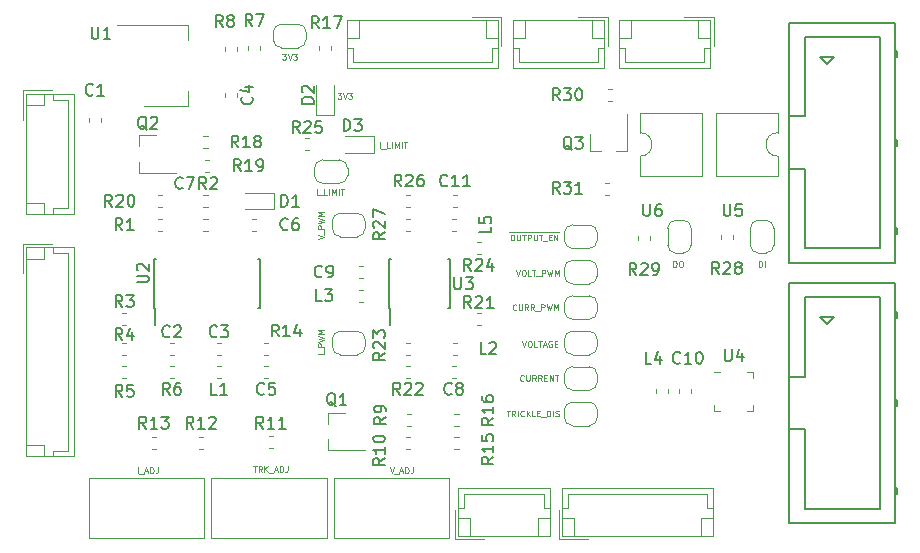
<source format=gto>
G04 #@! TF.GenerationSoftware,KiCad,Pcbnew,5.0.1-33cea8e~68~ubuntu18.04.1*
G04 #@! TF.CreationDate,2018-11-24T23:55:32-08:00*
G04 #@! TF.ProjectId,big_battery,6269675F626174746572792E6B696361,rev?*
G04 #@! TF.SameCoordinates,Original*
G04 #@! TF.FileFunction,Legend,Top*
G04 #@! TF.FilePolarity,Positive*
%FSLAX46Y46*%
G04 Gerber Fmt 4.6, Leading zero omitted, Abs format (unit mm)*
G04 Created by KiCad (PCBNEW 5.0.1-33cea8e~68~ubuntu18.04.1) date Sat 24 Nov 2018 11:55:32 PM PST*
%MOMM*%
%LPD*%
G01*
G04 APERTURE LIST*
%ADD10C,0.100000*%
%ADD11C,0.120000*%
%ADD12C,0.150000*%
G04 APERTURE END LIST*
D10*
X25308857Y-15466190D02*
X25308857Y-14966190D01*
X25427904Y-15513809D02*
X25808857Y-15513809D01*
X26166000Y-15466190D02*
X25927904Y-15466190D01*
X25927904Y-14966190D01*
X26332666Y-15466190D02*
X26332666Y-14966190D01*
X26570761Y-15466190D02*
X26570761Y-14966190D01*
X26737428Y-15323333D01*
X26904095Y-14966190D01*
X26904095Y-15466190D01*
X27142190Y-15466190D02*
X27142190Y-14966190D01*
X27308857Y-14966190D02*
X27594571Y-14966190D01*
X27451714Y-15466190D02*
X27451714Y-14966190D01*
X31488095Y-38526190D02*
X31654761Y-39026190D01*
X31821428Y-38526190D01*
X31869047Y-39073809D02*
X32250000Y-39073809D01*
X32345238Y-38883333D02*
X32583333Y-38883333D01*
X32297619Y-39026190D02*
X32464285Y-38526190D01*
X32630952Y-39026190D01*
X32797619Y-39026190D02*
X32797619Y-38526190D01*
X32916666Y-38526190D01*
X32988095Y-38550000D01*
X33035714Y-38597619D01*
X33059523Y-38645238D01*
X33083333Y-38740476D01*
X33083333Y-38811904D01*
X33059523Y-38907142D01*
X33035714Y-38954761D01*
X32988095Y-39002380D01*
X32916666Y-39026190D01*
X32797619Y-39026190D01*
X33440476Y-38526190D02*
X33440476Y-38883333D01*
X33416666Y-38954761D01*
X33369047Y-39002380D01*
X33297619Y-39026190D01*
X33250000Y-39026190D01*
X19911904Y-38426190D02*
X20197619Y-38426190D01*
X20054761Y-38926190D02*
X20054761Y-38426190D01*
X20650000Y-38926190D02*
X20483333Y-38688095D01*
X20364285Y-38926190D02*
X20364285Y-38426190D01*
X20554761Y-38426190D01*
X20602380Y-38450000D01*
X20626190Y-38473809D01*
X20650000Y-38521428D01*
X20650000Y-38592857D01*
X20626190Y-38640476D01*
X20602380Y-38664285D01*
X20554761Y-38688095D01*
X20364285Y-38688095D01*
X20864285Y-38926190D02*
X20864285Y-38426190D01*
X21150000Y-38926190D02*
X20935714Y-38640476D01*
X21150000Y-38426190D02*
X20864285Y-38711904D01*
X21245238Y-38973809D02*
X21626190Y-38973809D01*
X21721428Y-38783333D02*
X21959523Y-38783333D01*
X21673809Y-38926190D02*
X21840476Y-38426190D01*
X22007142Y-38926190D01*
X22173809Y-38926190D02*
X22173809Y-38426190D01*
X22292857Y-38426190D01*
X22364285Y-38450000D01*
X22411904Y-38497619D01*
X22435714Y-38545238D01*
X22459523Y-38640476D01*
X22459523Y-38711904D01*
X22435714Y-38807142D01*
X22411904Y-38854761D01*
X22364285Y-38902380D01*
X22292857Y-38926190D01*
X22173809Y-38926190D01*
X22816666Y-38426190D02*
X22816666Y-38783333D01*
X22792857Y-38854761D01*
X22745238Y-38902380D01*
X22673809Y-38926190D01*
X22626190Y-38926190D01*
X10154761Y-39026190D02*
X10154761Y-38526190D01*
X10273809Y-39073809D02*
X10654761Y-39073809D01*
X10750000Y-38883333D02*
X10988095Y-38883333D01*
X10702380Y-39026190D02*
X10869047Y-38526190D01*
X11035714Y-39026190D01*
X11202380Y-39026190D02*
X11202380Y-38526190D01*
X11321428Y-38526190D01*
X11392857Y-38550000D01*
X11440476Y-38597619D01*
X11464285Y-38645238D01*
X11488095Y-38740476D01*
X11488095Y-38811904D01*
X11464285Y-38907142D01*
X11440476Y-38954761D01*
X11392857Y-39002380D01*
X11321428Y-39026190D01*
X11202380Y-39026190D01*
X11845238Y-38526190D02*
X11845238Y-38883333D01*
X11821428Y-38954761D01*
X11773809Y-39002380D01*
X11702380Y-39026190D01*
X11654761Y-39026190D01*
X22380952Y-3526190D02*
X22690476Y-3526190D01*
X22523809Y-3716666D01*
X22595238Y-3716666D01*
X22642857Y-3740476D01*
X22666666Y-3764285D01*
X22690476Y-3811904D01*
X22690476Y-3930952D01*
X22666666Y-3978571D01*
X22642857Y-4002380D01*
X22595238Y-4026190D01*
X22452380Y-4026190D01*
X22404761Y-4002380D01*
X22380952Y-3978571D01*
X22833333Y-3526190D02*
X23000000Y-4026190D01*
X23166666Y-3526190D01*
X23285714Y-3526190D02*
X23595238Y-3526190D01*
X23428571Y-3716666D01*
X23500000Y-3716666D01*
X23547619Y-3740476D01*
X23571428Y-3764285D01*
X23595238Y-3811904D01*
X23595238Y-3930952D01*
X23571428Y-3978571D01*
X23547619Y-4002380D01*
X23500000Y-4026190D01*
X23357142Y-4026190D01*
X23309523Y-4002380D01*
X23285714Y-3978571D01*
X62742000Y-21562190D02*
X62742000Y-21062190D01*
X62861047Y-21062190D01*
X62932476Y-21086000D01*
X62980095Y-21133619D01*
X63003904Y-21181238D01*
X63027714Y-21276476D01*
X63027714Y-21347904D01*
X63003904Y-21443142D01*
X62980095Y-21490761D01*
X62932476Y-21538380D01*
X62861047Y-21562190D01*
X62742000Y-21562190D01*
X63242000Y-21562190D02*
X63242000Y-21062190D01*
X55487142Y-21562190D02*
X55487142Y-21062190D01*
X55606190Y-21062190D01*
X55677619Y-21086000D01*
X55725238Y-21133619D01*
X55749047Y-21181238D01*
X55772857Y-21276476D01*
X55772857Y-21347904D01*
X55749047Y-21443142D01*
X55725238Y-21490761D01*
X55677619Y-21538380D01*
X55606190Y-21562190D01*
X55487142Y-21562190D01*
X56082380Y-21062190D02*
X56177619Y-21062190D01*
X56225238Y-21086000D01*
X56272857Y-21133619D01*
X56296666Y-21228857D01*
X56296666Y-21395523D01*
X56272857Y-21490761D01*
X56225238Y-21538380D01*
X56177619Y-21562190D01*
X56082380Y-21562190D01*
X56034761Y-21538380D01*
X55987142Y-21490761D01*
X55963333Y-21395523D01*
X55963333Y-21228857D01*
X55987142Y-21133619D01*
X56034761Y-21086000D01*
X56082380Y-21062190D01*
X27066952Y-6838190D02*
X27376476Y-6838190D01*
X27209809Y-7028666D01*
X27281238Y-7028666D01*
X27328857Y-7052476D01*
X27352666Y-7076285D01*
X27376476Y-7123904D01*
X27376476Y-7242952D01*
X27352666Y-7290571D01*
X27328857Y-7314380D01*
X27281238Y-7338190D01*
X27138380Y-7338190D01*
X27090761Y-7314380D01*
X27066952Y-7290571D01*
X27519333Y-6838190D02*
X27686000Y-7338190D01*
X27852666Y-6838190D01*
X27971714Y-6838190D02*
X28281238Y-6838190D01*
X28114571Y-7028666D01*
X28186000Y-7028666D01*
X28233619Y-7052476D01*
X28257428Y-7076285D01*
X28281238Y-7123904D01*
X28281238Y-7242952D01*
X28257428Y-7290571D01*
X28233619Y-7314380D01*
X28186000Y-7338190D01*
X28043142Y-7338190D01*
X27995523Y-7314380D01*
X27971714Y-7290571D01*
X30642857Y-11526190D02*
X30642857Y-11026190D01*
X30761904Y-11573809D02*
X31142857Y-11573809D01*
X31500000Y-11526190D02*
X31261904Y-11526190D01*
X31261904Y-11026190D01*
X31666666Y-11526190D02*
X31666666Y-11026190D01*
X31904761Y-11526190D02*
X31904761Y-11026190D01*
X32071428Y-11383333D01*
X32238095Y-11026190D01*
X32238095Y-11526190D01*
X32476190Y-11526190D02*
X32476190Y-11026190D01*
X32642857Y-11026190D02*
X32928571Y-11026190D01*
X32785714Y-11526190D02*
X32785714Y-11026190D01*
X25880190Y-28951904D02*
X25380190Y-28951904D01*
X25927809Y-28832857D02*
X25927809Y-28451904D01*
X25880190Y-28332857D02*
X25380190Y-28332857D01*
X25380190Y-28142380D01*
X25404000Y-28094761D01*
X25427809Y-28070952D01*
X25475428Y-28047142D01*
X25546857Y-28047142D01*
X25594476Y-28070952D01*
X25618285Y-28094761D01*
X25642095Y-28142380D01*
X25642095Y-28332857D01*
X25380190Y-27880476D02*
X25880190Y-27761428D01*
X25523047Y-27666190D01*
X25880190Y-27570952D01*
X25380190Y-27451904D01*
X25880190Y-27261428D02*
X25380190Y-27261428D01*
X25737333Y-27094761D01*
X25380190Y-26928095D01*
X25880190Y-26928095D01*
X25380190Y-19212571D02*
X25880190Y-19045904D01*
X25380190Y-18879238D01*
X25927809Y-18831619D02*
X25927809Y-18450666D01*
X25880190Y-18331619D02*
X25380190Y-18331619D01*
X25380190Y-18141142D01*
X25404000Y-18093523D01*
X25427809Y-18069714D01*
X25475428Y-18045904D01*
X25546857Y-18045904D01*
X25594476Y-18069714D01*
X25618285Y-18093523D01*
X25642095Y-18141142D01*
X25642095Y-18331619D01*
X25380190Y-17879238D02*
X25880190Y-17760190D01*
X25523047Y-17664952D01*
X25880190Y-17569714D01*
X25380190Y-17450666D01*
X25880190Y-17260190D02*
X25380190Y-17260190D01*
X25737333Y-17093523D01*
X25380190Y-16926857D01*
X25880190Y-16926857D01*
X41361904Y-33726190D02*
X41647619Y-33726190D01*
X41504761Y-34226190D02*
X41504761Y-33726190D01*
X42100000Y-34226190D02*
X41933333Y-33988095D01*
X41814285Y-34226190D02*
X41814285Y-33726190D01*
X42004761Y-33726190D01*
X42052380Y-33750000D01*
X42076190Y-33773809D01*
X42100000Y-33821428D01*
X42100000Y-33892857D01*
X42076190Y-33940476D01*
X42052380Y-33964285D01*
X42004761Y-33988095D01*
X41814285Y-33988095D01*
X42314285Y-34226190D02*
X42314285Y-33726190D01*
X42838095Y-34178571D02*
X42814285Y-34202380D01*
X42742857Y-34226190D01*
X42695238Y-34226190D01*
X42623809Y-34202380D01*
X42576190Y-34154761D01*
X42552380Y-34107142D01*
X42528571Y-34011904D01*
X42528571Y-33940476D01*
X42552380Y-33845238D01*
X42576190Y-33797619D01*
X42623809Y-33750000D01*
X42695238Y-33726190D01*
X42742857Y-33726190D01*
X42814285Y-33750000D01*
X42838095Y-33773809D01*
X43052380Y-34226190D02*
X43052380Y-33726190D01*
X43338095Y-34226190D02*
X43123809Y-33940476D01*
X43338095Y-33726190D02*
X43052380Y-34011904D01*
X43790476Y-34226190D02*
X43552380Y-34226190D01*
X43552380Y-33726190D01*
X43957142Y-33964285D02*
X44123809Y-33964285D01*
X44195238Y-34226190D02*
X43957142Y-34226190D01*
X43957142Y-33726190D01*
X44195238Y-33726190D01*
X44290476Y-34273809D02*
X44671428Y-34273809D01*
X44790476Y-34226190D02*
X44790476Y-33726190D01*
X44909523Y-33726190D01*
X44980952Y-33750000D01*
X45028571Y-33797619D01*
X45052380Y-33845238D01*
X45076190Y-33940476D01*
X45076190Y-34011904D01*
X45052380Y-34107142D01*
X45028571Y-34154761D01*
X44980952Y-34202380D01*
X44909523Y-34226190D01*
X44790476Y-34226190D01*
X45290476Y-34226190D02*
X45290476Y-33726190D01*
X45504761Y-34202380D02*
X45576190Y-34226190D01*
X45695238Y-34226190D01*
X45742857Y-34202380D01*
X45766666Y-34178571D01*
X45790476Y-34130952D01*
X45790476Y-34083333D01*
X45766666Y-34035714D01*
X45742857Y-34011904D01*
X45695238Y-33988095D01*
X45600000Y-33964285D01*
X45552380Y-33940476D01*
X45528571Y-33916666D01*
X45504761Y-33869047D01*
X45504761Y-33821428D01*
X45528571Y-33773809D01*
X45552380Y-33750000D01*
X45600000Y-33726190D01*
X45719047Y-33726190D01*
X45790476Y-33750000D01*
X42814285Y-31178571D02*
X42790476Y-31202380D01*
X42719047Y-31226190D01*
X42671428Y-31226190D01*
X42600000Y-31202380D01*
X42552380Y-31154761D01*
X42528571Y-31107142D01*
X42504761Y-31011904D01*
X42504761Y-30940476D01*
X42528571Y-30845238D01*
X42552380Y-30797619D01*
X42600000Y-30750000D01*
X42671428Y-30726190D01*
X42719047Y-30726190D01*
X42790476Y-30750000D01*
X42814285Y-30773809D01*
X43028571Y-30726190D02*
X43028571Y-31130952D01*
X43052380Y-31178571D01*
X43076190Y-31202380D01*
X43123809Y-31226190D01*
X43219047Y-31226190D01*
X43266666Y-31202380D01*
X43290476Y-31178571D01*
X43314285Y-31130952D01*
X43314285Y-30726190D01*
X43838095Y-31226190D02*
X43671428Y-30988095D01*
X43552380Y-31226190D02*
X43552380Y-30726190D01*
X43742857Y-30726190D01*
X43790476Y-30750000D01*
X43814285Y-30773809D01*
X43838095Y-30821428D01*
X43838095Y-30892857D01*
X43814285Y-30940476D01*
X43790476Y-30964285D01*
X43742857Y-30988095D01*
X43552380Y-30988095D01*
X44338095Y-31226190D02*
X44171428Y-30988095D01*
X44052380Y-31226190D02*
X44052380Y-30726190D01*
X44242857Y-30726190D01*
X44290476Y-30750000D01*
X44314285Y-30773809D01*
X44338095Y-30821428D01*
X44338095Y-30892857D01*
X44314285Y-30940476D01*
X44290476Y-30964285D01*
X44242857Y-30988095D01*
X44052380Y-30988095D01*
X44552380Y-30964285D02*
X44719047Y-30964285D01*
X44790476Y-31226190D02*
X44552380Y-31226190D01*
X44552380Y-30726190D01*
X44790476Y-30726190D01*
X45004761Y-31226190D02*
X45004761Y-30726190D01*
X45290476Y-31226190D01*
X45290476Y-30726190D01*
X45457142Y-30726190D02*
X45742857Y-30726190D01*
X45600000Y-31226190D02*
X45600000Y-30726190D01*
X42688095Y-27826190D02*
X42854761Y-28326190D01*
X43021428Y-27826190D01*
X43283333Y-27826190D02*
X43378571Y-27826190D01*
X43426190Y-27850000D01*
X43473809Y-27897619D01*
X43497619Y-27992857D01*
X43497619Y-28159523D01*
X43473809Y-28254761D01*
X43426190Y-28302380D01*
X43378571Y-28326190D01*
X43283333Y-28326190D01*
X43235714Y-28302380D01*
X43188095Y-28254761D01*
X43164285Y-28159523D01*
X43164285Y-27992857D01*
X43188095Y-27897619D01*
X43235714Y-27850000D01*
X43283333Y-27826190D01*
X43950000Y-28326190D02*
X43711904Y-28326190D01*
X43711904Y-27826190D01*
X44045238Y-27826190D02*
X44330952Y-27826190D01*
X44188095Y-28326190D02*
X44188095Y-27826190D01*
X44473809Y-28183333D02*
X44711904Y-28183333D01*
X44426190Y-28326190D02*
X44592857Y-27826190D01*
X44759523Y-28326190D01*
X45188095Y-27850000D02*
X45140476Y-27826190D01*
X45069047Y-27826190D01*
X44997619Y-27850000D01*
X44950000Y-27897619D01*
X44926190Y-27945238D01*
X44902380Y-28040476D01*
X44902380Y-28111904D01*
X44926190Y-28207142D01*
X44950000Y-28254761D01*
X44997619Y-28302380D01*
X45069047Y-28326190D01*
X45116666Y-28326190D01*
X45188095Y-28302380D01*
X45211904Y-28278571D01*
X45211904Y-28111904D01*
X45116666Y-28111904D01*
X45426190Y-28064285D02*
X45592857Y-28064285D01*
X45664285Y-28326190D02*
X45426190Y-28326190D01*
X45426190Y-27826190D01*
X45664285Y-27826190D01*
X42180952Y-25178571D02*
X42157142Y-25202380D01*
X42085714Y-25226190D01*
X42038095Y-25226190D01*
X41966666Y-25202380D01*
X41919047Y-25154761D01*
X41895238Y-25107142D01*
X41871428Y-25011904D01*
X41871428Y-24940476D01*
X41895238Y-24845238D01*
X41919047Y-24797619D01*
X41966666Y-24750000D01*
X42038095Y-24726190D01*
X42085714Y-24726190D01*
X42157142Y-24750000D01*
X42180952Y-24773809D01*
X42395238Y-24726190D02*
X42395238Y-25130952D01*
X42419047Y-25178571D01*
X42442857Y-25202380D01*
X42490476Y-25226190D01*
X42585714Y-25226190D01*
X42633333Y-25202380D01*
X42657142Y-25178571D01*
X42680952Y-25130952D01*
X42680952Y-24726190D01*
X43204761Y-25226190D02*
X43038095Y-24988095D01*
X42919047Y-25226190D02*
X42919047Y-24726190D01*
X43109523Y-24726190D01*
X43157142Y-24750000D01*
X43180952Y-24773809D01*
X43204761Y-24821428D01*
X43204761Y-24892857D01*
X43180952Y-24940476D01*
X43157142Y-24964285D01*
X43109523Y-24988095D01*
X42919047Y-24988095D01*
X43704761Y-25226190D02*
X43538095Y-24988095D01*
X43419047Y-25226190D02*
X43419047Y-24726190D01*
X43609523Y-24726190D01*
X43657142Y-24750000D01*
X43680952Y-24773809D01*
X43704761Y-24821428D01*
X43704761Y-24892857D01*
X43680952Y-24940476D01*
X43657142Y-24964285D01*
X43609523Y-24988095D01*
X43419047Y-24988095D01*
X43800000Y-25273809D02*
X44180952Y-25273809D01*
X44300000Y-25226190D02*
X44300000Y-24726190D01*
X44490476Y-24726190D01*
X44538095Y-24750000D01*
X44561904Y-24773809D01*
X44585714Y-24821428D01*
X44585714Y-24892857D01*
X44561904Y-24940476D01*
X44538095Y-24964285D01*
X44490476Y-24988095D01*
X44300000Y-24988095D01*
X44752380Y-24726190D02*
X44871428Y-25226190D01*
X44966666Y-24869047D01*
X45061904Y-25226190D01*
X45180952Y-24726190D01*
X45371428Y-25226190D02*
X45371428Y-24726190D01*
X45538095Y-25083333D01*
X45704761Y-24726190D01*
X45704761Y-25226190D01*
X42166666Y-21826190D02*
X42333333Y-22326190D01*
X42500000Y-21826190D01*
X42761904Y-21826190D02*
X42857142Y-21826190D01*
X42904761Y-21850000D01*
X42952380Y-21897619D01*
X42976190Y-21992857D01*
X42976190Y-22159523D01*
X42952380Y-22254761D01*
X42904761Y-22302380D01*
X42857142Y-22326190D01*
X42761904Y-22326190D01*
X42714285Y-22302380D01*
X42666666Y-22254761D01*
X42642857Y-22159523D01*
X42642857Y-21992857D01*
X42666666Y-21897619D01*
X42714285Y-21850000D01*
X42761904Y-21826190D01*
X43428571Y-22326190D02*
X43190476Y-22326190D01*
X43190476Y-21826190D01*
X43523809Y-21826190D02*
X43809523Y-21826190D01*
X43666666Y-22326190D02*
X43666666Y-21826190D01*
X43857142Y-22373809D02*
X44238095Y-22373809D01*
X44357142Y-22326190D02*
X44357142Y-21826190D01*
X44547619Y-21826190D01*
X44595238Y-21850000D01*
X44619047Y-21873809D01*
X44642857Y-21921428D01*
X44642857Y-21992857D01*
X44619047Y-22040476D01*
X44595238Y-22064285D01*
X44547619Y-22088095D01*
X44357142Y-22088095D01*
X44809523Y-21826190D02*
X44928571Y-22326190D01*
X45023809Y-21969047D01*
X45119047Y-22326190D01*
X45238095Y-21826190D01*
X45428571Y-22326190D02*
X45428571Y-21826190D01*
X45595238Y-22183333D01*
X45761904Y-21826190D01*
X45761904Y-22326190D01*
X41604761Y-18610000D02*
X42128571Y-18610000D01*
X41819047Y-18826190D02*
X41914285Y-18826190D01*
X41961904Y-18850000D01*
X42009523Y-18897619D01*
X42033333Y-18992857D01*
X42033333Y-19159523D01*
X42009523Y-19254761D01*
X41961904Y-19302380D01*
X41914285Y-19326190D01*
X41819047Y-19326190D01*
X41771428Y-19302380D01*
X41723809Y-19254761D01*
X41700000Y-19159523D01*
X41700000Y-18992857D01*
X41723809Y-18897619D01*
X41771428Y-18850000D01*
X41819047Y-18826190D01*
X42128571Y-18610000D02*
X42652380Y-18610000D01*
X42247619Y-18826190D02*
X42247619Y-19230952D01*
X42271428Y-19278571D01*
X42295238Y-19302380D01*
X42342857Y-19326190D01*
X42438095Y-19326190D01*
X42485714Y-19302380D01*
X42509523Y-19278571D01*
X42533333Y-19230952D01*
X42533333Y-18826190D01*
X42652380Y-18610000D02*
X43033333Y-18610000D01*
X42700000Y-18826190D02*
X42985714Y-18826190D01*
X42842857Y-19326190D02*
X42842857Y-18826190D01*
X43033333Y-18610000D02*
X43533333Y-18610000D01*
X43152380Y-19326190D02*
X43152380Y-18826190D01*
X43342857Y-18826190D01*
X43390476Y-18850000D01*
X43414285Y-18873809D01*
X43438095Y-18921428D01*
X43438095Y-18992857D01*
X43414285Y-19040476D01*
X43390476Y-19064285D01*
X43342857Y-19088095D01*
X43152380Y-19088095D01*
X43533333Y-18610000D02*
X44057142Y-18610000D01*
X43652380Y-18826190D02*
X43652380Y-19230952D01*
X43676190Y-19278571D01*
X43700000Y-19302380D01*
X43747619Y-19326190D01*
X43842857Y-19326190D01*
X43890476Y-19302380D01*
X43914285Y-19278571D01*
X43938095Y-19230952D01*
X43938095Y-18826190D01*
X44057142Y-18610000D02*
X44438095Y-18610000D01*
X44104761Y-18826190D02*
X44390476Y-18826190D01*
X44247619Y-19326190D02*
X44247619Y-18826190D01*
X44438095Y-18610000D02*
X44819047Y-18610000D01*
X44438095Y-19373809D02*
X44819047Y-19373809D01*
X44819047Y-18610000D02*
X45271428Y-18610000D01*
X44938095Y-19064285D02*
X45104761Y-19064285D01*
X45176190Y-19326190D02*
X44938095Y-19326190D01*
X44938095Y-18826190D01*
X45176190Y-18826190D01*
X45271428Y-18610000D02*
X45795238Y-18610000D01*
X45390476Y-19326190D02*
X45390476Y-18826190D01*
X45676190Y-19326190D01*
X45676190Y-18826190D01*
D11*
G04 #@! TO.C,J9*
X37290000Y-40290000D02*
X37290000Y-44310000D01*
X37290000Y-44310000D02*
X45010000Y-44310000D01*
X45010000Y-44310000D02*
X45010000Y-40290000D01*
X45010000Y-40290000D02*
X37290000Y-40290000D01*
X37290000Y-42000000D02*
X37790000Y-42000000D01*
X37790000Y-42000000D02*
X37790000Y-40790000D01*
X37790000Y-40790000D02*
X44510000Y-40790000D01*
X44510000Y-40790000D02*
X44510000Y-42000000D01*
X44510000Y-42000000D02*
X45010000Y-42000000D01*
X37290000Y-42810000D02*
X38290000Y-42810000D01*
X38290000Y-42810000D02*
X38290000Y-44310000D01*
X45010000Y-42810000D02*
X44010000Y-42810000D01*
X44010000Y-42810000D02*
X44010000Y-44310000D01*
X36990000Y-42110000D02*
X36990000Y-44610000D01*
X36990000Y-44610000D02*
X39490000Y-44610000D01*
G04 #@! TO.C,R31*
X50046267Y-15510000D02*
X49703733Y-15510000D01*
X50046267Y-14490000D02*
X49703733Y-14490000D01*
G04 #@! TO.C,R30*
X50296267Y-6490000D02*
X49953733Y-6490000D01*
X50296267Y-7510000D02*
X49953733Y-7510000D01*
G04 #@! TO.C,R29*
X52490000Y-19296267D02*
X52490000Y-18953733D01*
X53510000Y-19296267D02*
X53510000Y-18953733D01*
G04 #@! TO.C,J7*
X58910000Y-390000D02*
X56410000Y-390000D01*
X58910000Y-2890000D02*
X58910000Y-390000D01*
X51890000Y-2190000D02*
X51890000Y-690000D01*
X50890000Y-2190000D02*
X51890000Y-2190000D01*
X57610000Y-2190000D02*
X57610000Y-690000D01*
X58610000Y-2190000D02*
X57610000Y-2190000D01*
X51390000Y-3000000D02*
X50890000Y-3000000D01*
X51390000Y-4210000D02*
X51390000Y-3000000D01*
X58110000Y-4210000D02*
X51390000Y-4210000D01*
X58110000Y-3000000D02*
X58110000Y-4210000D01*
X58610000Y-3000000D02*
X58110000Y-3000000D01*
X50890000Y-4710000D02*
X58610000Y-4710000D01*
X50890000Y-690000D02*
X50890000Y-4710000D01*
X58610000Y-690000D02*
X50890000Y-690000D01*
X58610000Y-4710000D02*
X58610000Y-690000D01*
G04 #@! TO.C,J8*
X49610000Y-4710000D02*
X49610000Y-690000D01*
X49610000Y-690000D02*
X41890000Y-690000D01*
X41890000Y-690000D02*
X41890000Y-4710000D01*
X41890000Y-4710000D02*
X49610000Y-4710000D01*
X49610000Y-3000000D02*
X49110000Y-3000000D01*
X49110000Y-3000000D02*
X49110000Y-4210000D01*
X49110000Y-4210000D02*
X42390000Y-4210000D01*
X42390000Y-4210000D02*
X42390000Y-3000000D01*
X42390000Y-3000000D02*
X41890000Y-3000000D01*
X49610000Y-2190000D02*
X48610000Y-2190000D01*
X48610000Y-2190000D02*
X48610000Y-690000D01*
X41890000Y-2190000D02*
X42890000Y-2190000D01*
X42890000Y-2190000D02*
X42890000Y-690000D01*
X49910000Y-2890000D02*
X49910000Y-390000D01*
X49910000Y-390000D02*
X47410000Y-390000D01*
G04 #@! TO.C,JP11*
X64000000Y-18300000D02*
X64000000Y-19700000D01*
X63300000Y-20400000D02*
X62700000Y-20400000D01*
X62000000Y-19700000D02*
X62000000Y-18300000D01*
X62700000Y-17600000D02*
X63300000Y-17600000D01*
X63300000Y-17600000D02*
G75*
G02X64000000Y-18300000I0J-700000D01*
G01*
X62000000Y-18300000D02*
G75*
G02X62700000Y-17600000I700000J0D01*
G01*
X62700000Y-20400000D02*
G75*
G02X62000000Y-19700000I0J700000D01*
G01*
X64000000Y-19700000D02*
G75*
G02X63300000Y-20400000I-700000J0D01*
G01*
G04 #@! TO.C,JP12*
X57000000Y-19700000D02*
G75*
G02X56300000Y-20400000I-700000J0D01*
G01*
X55700000Y-20400000D02*
G75*
G02X55000000Y-19700000I0J700000D01*
G01*
X55000000Y-18300000D02*
G75*
G02X55700000Y-17600000I700000J0D01*
G01*
X56300000Y-17600000D02*
G75*
G02X57000000Y-18300000I0J-700000D01*
G01*
X55700000Y-17600000D02*
X56300000Y-17600000D01*
X55000000Y-19700000D02*
X55000000Y-18300000D01*
X56300000Y-20400000D02*
X55700000Y-20400000D01*
X57000000Y-18300000D02*
X57000000Y-19700000D01*
G04 #@! TO.C,U5*
X64330000Y-13840000D02*
X64330000Y-12190000D01*
X59130000Y-13840000D02*
X64330000Y-13840000D01*
X59130000Y-8540000D02*
X59130000Y-13840000D01*
X64330000Y-8540000D02*
X59130000Y-8540000D01*
X64330000Y-10190000D02*
X64330000Y-8540000D01*
X64330000Y-12190000D02*
G75*
G02X64330000Y-10190000I0J1000000D01*
G01*
G04 #@! TO.C,U6*
X52670000Y-10190000D02*
G75*
G02X52670000Y-12190000I0J-1000000D01*
G01*
X52670000Y-12190000D02*
X52670000Y-13840000D01*
X52670000Y-13840000D02*
X57870000Y-13840000D01*
X57870000Y-13840000D02*
X57870000Y-8540000D01*
X57870000Y-8540000D02*
X52670000Y-8540000D01*
X52670000Y-8540000D02*
X52670000Y-10190000D01*
G04 #@! TO.C,Q3*
X48420000Y-11760000D02*
X49350000Y-11760000D01*
X51580000Y-11760000D02*
X50650000Y-11760000D01*
X51580000Y-11760000D02*
X51580000Y-8600000D01*
X48420000Y-11760000D02*
X48420000Y-10300000D01*
G04 #@! TO.C,R28*
X60510000Y-18828733D02*
X60510000Y-19171267D01*
X59490000Y-18828733D02*
X59490000Y-19171267D01*
G04 #@! TO.C,C11*
X37171267Y-15490000D02*
X36828733Y-15490000D01*
X37171267Y-16510000D02*
X36828733Y-16510000D01*
G04 #@! TO.C,C10*
X55990000Y-32271267D02*
X55990000Y-31928733D01*
X57010000Y-32271267D02*
X57010000Y-31928733D01*
G04 #@! TO.C,C9*
X29171267Y-21490000D02*
X28828733Y-21490000D01*
X29171267Y-22510000D02*
X28828733Y-22510000D01*
G04 #@! TO.C,C8*
X37046267Y-31010000D02*
X36703733Y-31010000D01*
X37046267Y-29990000D02*
X36703733Y-29990000D01*
G04 #@! TO.C,J1*
X4710000Y-6890000D02*
X690000Y-6890000D01*
X690000Y-6890000D02*
X690000Y-17110000D01*
X690000Y-17110000D02*
X4710000Y-17110000D01*
X4710000Y-17110000D02*
X4710000Y-6890000D01*
X3000000Y-6890000D02*
X3000000Y-7390000D01*
X3000000Y-7390000D02*
X4210000Y-7390000D01*
X4210000Y-7390000D02*
X4210000Y-16610000D01*
X4210000Y-16610000D02*
X3000000Y-16610000D01*
X3000000Y-16610000D02*
X3000000Y-17110000D01*
X2190000Y-6890000D02*
X2190000Y-7890000D01*
X2190000Y-7890000D02*
X690000Y-7890000D01*
X2190000Y-17110000D02*
X2190000Y-16110000D01*
X2190000Y-16110000D02*
X690000Y-16110000D01*
X2890000Y-6590000D02*
X390000Y-6590000D01*
X390000Y-6590000D02*
X390000Y-9090000D01*
G04 #@! TO.C,J6*
X45790000Y-44610000D02*
X48290000Y-44610000D01*
X45790000Y-42110000D02*
X45790000Y-44610000D01*
X57810000Y-42810000D02*
X57810000Y-44310000D01*
X58810000Y-42810000D02*
X57810000Y-42810000D01*
X47090000Y-42810000D02*
X47090000Y-44310000D01*
X46090000Y-42810000D02*
X47090000Y-42810000D01*
X58310000Y-42000000D02*
X58810000Y-42000000D01*
X58310000Y-40790000D02*
X58310000Y-42000000D01*
X46590000Y-40790000D02*
X58310000Y-40790000D01*
X46590000Y-42000000D02*
X46590000Y-40790000D01*
X46090000Y-42000000D02*
X46590000Y-42000000D01*
X58810000Y-40290000D02*
X46090000Y-40290000D01*
X58810000Y-44310000D02*
X58810000Y-40290000D01*
X46090000Y-44310000D02*
X58810000Y-44310000D01*
X46090000Y-40290000D02*
X46090000Y-44310000D01*
G04 #@! TO.C,J3*
X40610000Y-4710000D02*
X40610000Y-690000D01*
X40610000Y-690000D02*
X27890000Y-690000D01*
X27890000Y-690000D02*
X27890000Y-4710000D01*
X27890000Y-4710000D02*
X40610000Y-4710000D01*
X40610000Y-3000000D02*
X40110000Y-3000000D01*
X40110000Y-3000000D02*
X40110000Y-4210000D01*
X40110000Y-4210000D02*
X28390000Y-4210000D01*
X28390000Y-4210000D02*
X28390000Y-3000000D01*
X28390000Y-3000000D02*
X27890000Y-3000000D01*
X40610000Y-2190000D02*
X39610000Y-2190000D01*
X39610000Y-2190000D02*
X39610000Y-690000D01*
X27890000Y-2190000D02*
X28890000Y-2190000D01*
X28890000Y-2190000D02*
X28890000Y-690000D01*
X40910000Y-2890000D02*
X40910000Y-390000D01*
X40910000Y-390000D02*
X38410000Y-390000D01*
G04 #@! TO.C,J2*
X4710000Y-19890000D02*
X690000Y-19890000D01*
X690000Y-19890000D02*
X690000Y-37610000D01*
X690000Y-37610000D02*
X4710000Y-37610000D01*
X4710000Y-37610000D02*
X4710000Y-19890000D01*
X3000000Y-19890000D02*
X3000000Y-20390000D01*
X3000000Y-20390000D02*
X4210000Y-20390000D01*
X4210000Y-20390000D02*
X4210000Y-37110000D01*
X4210000Y-37110000D02*
X3000000Y-37110000D01*
X3000000Y-37110000D02*
X3000000Y-37610000D01*
X2190000Y-19890000D02*
X2190000Y-20890000D01*
X2190000Y-20890000D02*
X690000Y-20890000D01*
X2190000Y-37610000D02*
X2190000Y-36610000D01*
X2190000Y-36610000D02*
X690000Y-36610000D01*
X2890000Y-19590000D02*
X390000Y-19590000D01*
X390000Y-19590000D02*
X390000Y-22090000D01*
D12*
G04 #@! TO.C,J4*
X68500000Y-26400000D02*
X67900000Y-25800000D01*
X69100000Y-25800000D02*
X68500000Y-26400000D01*
X67900000Y-25800000D02*
X69100000Y-25800000D01*
X74340000Y-25350000D02*
X74340000Y-25850000D01*
X74440000Y-25850000D02*
X74240000Y-25850000D01*
X74440000Y-25350000D02*
X74440000Y-25850000D01*
X74240000Y-25350000D02*
X74440000Y-25350000D01*
X74340000Y-40310000D02*
X74340000Y-40810000D01*
X74440000Y-40810000D02*
X74240000Y-40810000D01*
X74440000Y-40310000D02*
X74440000Y-40810000D01*
X74240000Y-40310000D02*
X74440000Y-40310000D01*
X74340000Y-32830000D02*
X74340000Y-33330000D01*
X74440000Y-33330000D02*
X74240000Y-33330000D01*
X74440000Y-32830000D02*
X74440000Y-33330000D01*
X74240000Y-32830000D02*
X74440000Y-32830000D01*
X66600000Y-35305000D02*
X65300000Y-35305000D01*
X66600000Y-42030000D02*
X66600000Y-35305000D01*
X72940000Y-42030000D02*
X66600000Y-42030000D01*
X72940000Y-24130000D02*
X72940000Y-42030000D01*
X66600000Y-24130000D02*
X72940000Y-24130000D01*
X66600000Y-30855000D02*
X66600000Y-24130000D01*
X65300000Y-30855000D02*
X66600000Y-30855000D01*
X65300000Y-43230000D02*
X65300000Y-22930000D01*
X74240000Y-43230000D02*
X65300000Y-43230000D01*
X74240000Y-22930000D02*
X74240000Y-43230000D01*
X65300000Y-22930000D02*
X74240000Y-22930000D01*
G04 #@! TO.C,J5*
X65300000Y-890000D02*
X74240000Y-890000D01*
X74240000Y-890000D02*
X74240000Y-21190000D01*
X74240000Y-21190000D02*
X65300000Y-21190000D01*
X65300000Y-21190000D02*
X65300000Y-890000D01*
X65300000Y-8815000D02*
X66600000Y-8815000D01*
X66600000Y-8815000D02*
X66600000Y-2090000D01*
X66600000Y-2090000D02*
X72940000Y-2090000D01*
X72940000Y-2090000D02*
X72940000Y-19990000D01*
X72940000Y-19990000D02*
X66600000Y-19990000D01*
X66600000Y-19990000D02*
X66600000Y-13265000D01*
X66600000Y-13265000D02*
X65300000Y-13265000D01*
X74240000Y-10790000D02*
X74440000Y-10790000D01*
X74440000Y-10790000D02*
X74440000Y-11290000D01*
X74440000Y-11290000D02*
X74240000Y-11290000D01*
X74340000Y-10790000D02*
X74340000Y-11290000D01*
X74240000Y-18270000D02*
X74440000Y-18270000D01*
X74440000Y-18270000D02*
X74440000Y-18770000D01*
X74440000Y-18770000D02*
X74240000Y-18770000D01*
X74340000Y-18270000D02*
X74340000Y-18770000D01*
X74240000Y-3310000D02*
X74440000Y-3310000D01*
X74440000Y-3310000D02*
X74440000Y-3810000D01*
X74440000Y-3810000D02*
X74240000Y-3810000D01*
X74340000Y-3310000D02*
X74340000Y-3810000D01*
X67900000Y-3760000D02*
X69100000Y-3760000D01*
X69100000Y-3760000D02*
X68500000Y-4360000D01*
X68500000Y-4360000D02*
X67900000Y-3760000D01*
D11*
G04 #@! TO.C,L4*
X53990000Y-31928733D02*
X53990000Y-32271267D01*
X55010000Y-31928733D02*
X55010000Y-32271267D01*
G04 #@! TO.C,L5*
X37046267Y-18510000D02*
X36703733Y-18510000D01*
X37046267Y-17490000D02*
X36703733Y-17490000D01*
G04 #@! TO.C,L3*
X28828733Y-24510000D02*
X29171267Y-24510000D01*
X28828733Y-23490000D02*
X29171267Y-23490000D01*
G04 #@! TO.C,L2*
X37171267Y-27990000D02*
X36828733Y-27990000D01*
X37171267Y-29010000D02*
X36828733Y-29010000D01*
G04 #@! TO.C,JP10*
X28700000Y-19000000D02*
X27300000Y-19000000D01*
X26600000Y-18300000D02*
X26600000Y-17700000D01*
X27300000Y-17000000D02*
X28700000Y-17000000D01*
X29400000Y-17700000D02*
X29400000Y-18300000D01*
X29400000Y-18300000D02*
G75*
G02X28700000Y-19000000I-700000J0D01*
G01*
X28700000Y-17000000D02*
G75*
G02X29400000Y-17700000I0J-700000D01*
G01*
X26600000Y-17700000D02*
G75*
G02X27300000Y-17000000I700000J0D01*
G01*
X27300000Y-19000000D02*
G75*
G02X26600000Y-18300000I0J700000D01*
G01*
G04 #@! TO.C,JP9*
X27200000Y-12500000D02*
G75*
G02X27900000Y-13200000I0J-700000D01*
G01*
X27900000Y-13800000D02*
G75*
G02X27200000Y-14500000I-700000J0D01*
G01*
X25800000Y-14500000D02*
G75*
G02X25100000Y-13800000I0J700000D01*
G01*
X25100000Y-13200000D02*
G75*
G02X25800000Y-12500000I700000J0D01*
G01*
X25100000Y-13800000D02*
X25100000Y-13200000D01*
X27200000Y-14500000D02*
X25800000Y-14500000D01*
X27900000Y-13200000D02*
X27900000Y-13800000D01*
X25800000Y-12500000D02*
X27200000Y-12500000D01*
G04 #@! TO.C,JP8*
X28700000Y-29000000D02*
X27300000Y-29000000D01*
X26600000Y-28300000D02*
X26600000Y-27700000D01*
X27300000Y-27000000D02*
X28700000Y-27000000D01*
X29400000Y-27700000D02*
X29400000Y-28300000D01*
X29400000Y-28300000D02*
G75*
G02X28700000Y-29000000I-700000J0D01*
G01*
X28700000Y-27000000D02*
G75*
G02X29400000Y-27700000I0J-700000D01*
G01*
X26600000Y-27700000D02*
G75*
G02X27300000Y-27000000I700000J0D01*
G01*
X27300000Y-29000000D02*
G75*
G02X26600000Y-28300000I0J700000D01*
G01*
G04 #@! TO.C,JP7*
X48350000Y-18000000D02*
G75*
G02X49050000Y-18700000I0J-700000D01*
G01*
X49050000Y-19300000D02*
G75*
G02X48350000Y-20000000I-700000J0D01*
G01*
X46950000Y-20000000D02*
G75*
G02X46250000Y-19300000I0J700000D01*
G01*
X46250000Y-18700000D02*
G75*
G02X46950000Y-18000000I700000J0D01*
G01*
X46250000Y-19300000D02*
X46250000Y-18700000D01*
X48350000Y-20000000D02*
X46950000Y-20000000D01*
X49050000Y-18700000D02*
X49050000Y-19300000D01*
X46950000Y-18000000D02*
X48350000Y-18000000D01*
G04 #@! TO.C,JP5*
X46950000Y-24000000D02*
X48350000Y-24000000D01*
X49050000Y-24700000D02*
X49050000Y-25300000D01*
X48350000Y-26000000D02*
X46950000Y-26000000D01*
X46250000Y-25300000D02*
X46250000Y-24700000D01*
X46250000Y-24700000D02*
G75*
G02X46950000Y-24000000I700000J0D01*
G01*
X46950000Y-26000000D02*
G75*
G02X46250000Y-25300000I0J700000D01*
G01*
X49050000Y-25300000D02*
G75*
G02X48350000Y-26000000I-700000J0D01*
G01*
X48350000Y-24000000D02*
G75*
G02X49050000Y-24700000I0J-700000D01*
G01*
G04 #@! TO.C,JP4*
X48350000Y-33000000D02*
G75*
G02X49050000Y-33700000I0J-700000D01*
G01*
X49050000Y-34300000D02*
G75*
G02X48350000Y-35000000I-700000J0D01*
G01*
X46950000Y-35000000D02*
G75*
G02X46250000Y-34300000I0J700000D01*
G01*
X46250000Y-33700000D02*
G75*
G02X46950000Y-33000000I700000J0D01*
G01*
X46250000Y-34300000D02*
X46250000Y-33700000D01*
X48350000Y-35000000D02*
X46950000Y-35000000D01*
X49050000Y-33700000D02*
X49050000Y-34300000D01*
X46950000Y-33000000D02*
X48350000Y-33000000D01*
G04 #@! TO.C,JP3*
X46950000Y-30000000D02*
X48350000Y-30000000D01*
X49050000Y-30700000D02*
X49050000Y-31300000D01*
X48350000Y-32000000D02*
X46950000Y-32000000D01*
X46250000Y-31300000D02*
X46250000Y-30700000D01*
X46250000Y-30700000D02*
G75*
G02X46950000Y-30000000I700000J0D01*
G01*
X46950000Y-32000000D02*
G75*
G02X46250000Y-31300000I0J700000D01*
G01*
X49050000Y-31300000D02*
G75*
G02X48350000Y-32000000I-700000J0D01*
G01*
X48350000Y-30000000D02*
G75*
G02X49050000Y-30700000I0J-700000D01*
G01*
G04 #@! TO.C,JP2*
X48350000Y-27000000D02*
G75*
G02X49050000Y-27700000I0J-700000D01*
G01*
X49050000Y-28300000D02*
G75*
G02X48350000Y-29000000I-700000J0D01*
G01*
X46950000Y-29000000D02*
G75*
G02X46250000Y-28300000I0J700000D01*
G01*
X46250000Y-27700000D02*
G75*
G02X46950000Y-27000000I700000J0D01*
G01*
X46250000Y-28300000D02*
X46250000Y-27700000D01*
X48350000Y-29000000D02*
X46950000Y-29000000D01*
X49050000Y-27700000D02*
X49050000Y-28300000D01*
X46950000Y-27000000D02*
X48350000Y-27000000D01*
G04 #@! TO.C,JP1*
X22300000Y-1000000D02*
X23700000Y-1000000D01*
X24400000Y-1700000D02*
X24400000Y-2300000D01*
X23700000Y-3000000D02*
X22300000Y-3000000D01*
X21600000Y-2300000D02*
X21600000Y-1700000D01*
X21600000Y-1700000D02*
G75*
G02X22300000Y-1000000I700000J0D01*
G01*
X22300000Y-3000000D02*
G75*
G02X21600000Y-2300000I0J700000D01*
G01*
X24400000Y-2300000D02*
G75*
G02X23700000Y-3000000I-700000J0D01*
G01*
X23700000Y-1000000D02*
G75*
G02X24400000Y-1700000I0J-700000D01*
G01*
G04 #@! TO.C,JP6*
X48350000Y-21000000D02*
G75*
G02X49050000Y-21700000I0J-700000D01*
G01*
X49050000Y-22300000D02*
G75*
G02X48350000Y-23000000I-700000J0D01*
G01*
X46950000Y-23000000D02*
G75*
G02X46250000Y-22300000I0J700000D01*
G01*
X46250000Y-21700000D02*
G75*
G02X46950000Y-21000000I700000J0D01*
G01*
X46250000Y-22300000D02*
X46250000Y-21700000D01*
X48350000Y-23000000D02*
X46950000Y-23000000D01*
X49050000Y-21700000D02*
X49050000Y-22300000D01*
X46950000Y-21000000D02*
X48350000Y-21000000D01*
G04 #@! TO.C,D3*
X30138725Y-10457153D02*
X27678725Y-10457153D01*
X30138725Y-11927153D02*
X30138725Y-10457153D01*
X27678725Y-11927153D02*
X30138725Y-11927153D01*
G04 #@! TO.C,D2*
X25265000Y-6200000D02*
X25265000Y-8660000D01*
X25265000Y-8660000D02*
X26735000Y-8660000D01*
X26735000Y-8660000D02*
X26735000Y-6200000D01*
G04 #@! TO.C,U4*
X61760000Y-30440000D02*
X62260000Y-30440000D01*
X62260000Y-30440000D02*
X62260000Y-30940000D01*
X59440000Y-33760000D02*
X58940000Y-33760000D01*
X58940000Y-33760000D02*
X58940000Y-33260000D01*
X61760000Y-33760000D02*
X62260000Y-33760000D01*
X62260000Y-33760000D02*
X62260000Y-33260000D01*
X58940000Y-30440000D02*
X59440000Y-30440000D01*
D12*
G04 #@! TO.C,U3*
X31425000Y-25075000D02*
X31475000Y-25075000D01*
X31425000Y-20925000D02*
X31570000Y-20925000D01*
X36575000Y-20925000D02*
X36430000Y-20925000D01*
X36575000Y-25075000D02*
X36430000Y-25075000D01*
X31425000Y-25075000D02*
X31425000Y-20925000D01*
X36575000Y-25075000D02*
X36575000Y-20925000D01*
X31475000Y-25075000D02*
X31475000Y-26475000D01*
D11*
G04 #@! TO.C,Q2*
X10240000Y-10420000D02*
X10240000Y-11350000D01*
X10240000Y-13580000D02*
X10240000Y-12650000D01*
X10240000Y-13580000D02*
X13400000Y-13580000D01*
X10240000Y-10420000D02*
X11700000Y-10420000D01*
G04 #@! TO.C,RV3*
X26755000Y-39470000D02*
X36525000Y-39470000D01*
X26755000Y-44540000D02*
X36525000Y-44540000D01*
X26755000Y-39470000D02*
X26755000Y-44540000D01*
X36525000Y-39470000D02*
X36525000Y-44540000D01*
G04 #@! TO.C,RV2*
X15745000Y-39470000D02*
X15745000Y-44540000D01*
X5975000Y-39470000D02*
X5975000Y-44540000D01*
X5975000Y-44540000D02*
X15745000Y-44540000D01*
X5975000Y-39470000D02*
X15745000Y-39470000D01*
G04 #@! TO.C,RV1*
X16355000Y-39470000D02*
X26125000Y-39470000D01*
X16355000Y-44540000D02*
X26125000Y-44540000D01*
X16355000Y-39470000D02*
X16355000Y-44540000D01*
X26125000Y-39470000D02*
X26125000Y-44540000D01*
G04 #@! TO.C,R17*
X26510000Y-2828733D02*
X26510000Y-3171267D01*
X25490000Y-2828733D02*
X25490000Y-3171267D01*
G04 #@! TO.C,R19*
X15828733Y-13510000D02*
X16171267Y-13510000D01*
X15828733Y-12490000D02*
X16171267Y-12490000D01*
G04 #@! TO.C,R20*
X12171267Y-16510000D02*
X11828733Y-16510000D01*
X12171267Y-15490000D02*
X11828733Y-15490000D01*
G04 #@! TO.C,R22*
X33171267Y-29990000D02*
X32828733Y-29990000D01*
X33171267Y-31010000D02*
X32828733Y-31010000D01*
G04 #@! TO.C,R23*
X33171267Y-29010000D02*
X32828733Y-29010000D01*
X33171267Y-27990000D02*
X32828733Y-27990000D01*
G04 #@! TO.C,R24*
X39171267Y-19490000D02*
X38828733Y-19490000D01*
X39171267Y-20510000D02*
X38828733Y-20510000D01*
G04 #@! TO.C,R25*
X24307458Y-10682153D02*
X24649992Y-10682153D01*
X24307458Y-11702153D02*
X24649992Y-11702153D01*
G04 #@! TO.C,R26*
X33171267Y-15490000D02*
X32828733Y-15490000D01*
X33171267Y-16510000D02*
X32828733Y-16510000D01*
G04 #@! TO.C,R27*
X33171267Y-18510000D02*
X32828733Y-18510000D01*
X33171267Y-17490000D02*
X32828733Y-17490000D01*
G04 #@! TO.C,R18*
X15703733Y-11510000D02*
X16046267Y-11510000D01*
X15703733Y-10490000D02*
X16046267Y-10490000D01*
G04 #@! TO.C,R21*
X39171267Y-26510000D02*
X38828733Y-26510000D01*
X39171267Y-25490000D02*
X38828733Y-25490000D01*
G04 #@! TO.C,C7*
X15703733Y-17490000D02*
X16046267Y-17490000D01*
X15703733Y-18510000D02*
X16046267Y-18510000D01*
G04 #@! TO.C,C1*
X5990000Y-8953733D02*
X5990000Y-9296267D01*
X7010000Y-8953733D02*
X7010000Y-9296267D01*
G04 #@! TO.C,C2*
X12828733Y-27990000D02*
X13171267Y-27990000D01*
X12828733Y-29010000D02*
X13171267Y-29010000D01*
G04 #@! TO.C,C3*
X16828733Y-29010000D02*
X17171267Y-29010000D01*
X16828733Y-27990000D02*
X17171267Y-27990000D01*
G04 #@! TO.C,C4*
X18510000Y-6828733D02*
X18510000Y-7171267D01*
X17490000Y-6828733D02*
X17490000Y-7171267D01*
G04 #@! TO.C,C5*
X21171267Y-29990000D02*
X20828733Y-29990000D01*
X21171267Y-31010000D02*
X20828733Y-31010000D01*
G04 #@! TO.C,C6*
X19828733Y-17490000D02*
X20171267Y-17490000D01*
X19828733Y-18510000D02*
X20171267Y-18510000D01*
G04 #@! TO.C,D1*
X21685000Y-15315000D02*
X19200000Y-15315000D01*
X21685000Y-16685000D02*
X21685000Y-15315000D01*
X19200000Y-16685000D02*
X21685000Y-16685000D01*
G04 #@! TO.C,L1*
X17171267Y-31010000D02*
X16828733Y-31010000D01*
X17171267Y-29990000D02*
X16828733Y-29990000D01*
D12*
G04 #@! TO.C,U2*
X11550000Y-25075000D02*
X11575000Y-25075000D01*
X11550000Y-20925000D02*
X11665000Y-20925000D01*
X20450000Y-20925000D02*
X20335000Y-20925000D01*
X20450000Y-25075000D02*
X20335000Y-25075000D01*
X11550000Y-25075000D02*
X11550000Y-20925000D01*
X20450000Y-25075000D02*
X20450000Y-20925000D01*
X11575000Y-25075000D02*
X11575000Y-26450000D01*
D11*
G04 #@! TO.C,U1*
X14410000Y-7910000D02*
X14410000Y-6650000D01*
X14410000Y-1090000D02*
X14410000Y-2350000D01*
X10650000Y-7910000D02*
X14410000Y-7910000D01*
X8400000Y-1090000D02*
X14410000Y-1090000D01*
G04 #@! TO.C,Q1*
X26240000Y-33920000D02*
X26240000Y-34850000D01*
X26240000Y-37080000D02*
X26240000Y-36150000D01*
X26240000Y-37080000D02*
X29400000Y-37080000D01*
X26240000Y-33920000D02*
X27700000Y-33920000D01*
G04 #@! TO.C,R8*
X17490000Y-3296267D02*
X17490000Y-2953733D01*
X18510000Y-3296267D02*
X18510000Y-2953733D01*
G04 #@! TO.C,R9*
X33296267Y-35010000D02*
X32953733Y-35010000D01*
X33296267Y-33990000D02*
X32953733Y-33990000D01*
G04 #@! TO.C,R5*
X8828733Y-31010000D02*
X9171267Y-31010000D01*
X8828733Y-29990000D02*
X9171267Y-29990000D01*
G04 #@! TO.C,R4*
X9171267Y-29010000D02*
X8828733Y-29010000D01*
X9171267Y-27990000D02*
X8828733Y-27990000D01*
G04 #@! TO.C,R3*
X9171267Y-25490000D02*
X8828733Y-25490000D01*
X9171267Y-26510000D02*
X8828733Y-26510000D01*
G04 #@! TO.C,R2*
X16046267Y-16510000D02*
X15703733Y-16510000D01*
X16046267Y-15490000D02*
X15703733Y-15490000D01*
G04 #@! TO.C,R1*
X12171267Y-17490000D02*
X11828733Y-17490000D01*
X12171267Y-18510000D02*
X11828733Y-18510000D01*
G04 #@! TO.C,R7*
X19490000Y-3171267D02*
X19490000Y-2828733D01*
X20510000Y-3171267D02*
X20510000Y-2828733D01*
G04 #@! TO.C,R10*
X33171267Y-35990000D02*
X32828733Y-35990000D01*
X33171267Y-37010000D02*
X32828733Y-37010000D01*
G04 #@! TO.C,R11*
X21571267Y-36910000D02*
X21228733Y-36910000D01*
X21571267Y-35890000D02*
X21228733Y-35890000D01*
G04 #@! TO.C,R12*
X15671267Y-35990000D02*
X15328733Y-35990000D01*
X15671267Y-37010000D02*
X15328733Y-37010000D01*
G04 #@! TO.C,R13*
X11671267Y-37010000D02*
X11328733Y-37010000D01*
X11671267Y-35990000D02*
X11328733Y-35990000D01*
G04 #@! TO.C,R14*
X21171267Y-29010000D02*
X20828733Y-29010000D01*
X21171267Y-27990000D02*
X20828733Y-27990000D01*
G04 #@! TO.C,R15*
X37296267Y-35010000D02*
X36953733Y-35010000D01*
X37296267Y-33990000D02*
X36953733Y-33990000D01*
G04 #@! TO.C,R16*
X36953733Y-37010000D02*
X37296267Y-37010000D01*
X36953733Y-35990000D02*
X37296267Y-35990000D01*
G04 #@! TO.C,R6*
X13171267Y-31010000D02*
X12828733Y-31010000D01*
X13171267Y-29990000D02*
X12828733Y-29990000D01*
G04 #@! TO.C,R31*
D12*
X45857142Y-15352380D02*
X45523809Y-14876190D01*
X45285714Y-15352380D02*
X45285714Y-14352380D01*
X45666666Y-14352380D01*
X45761904Y-14400000D01*
X45809523Y-14447619D01*
X45857142Y-14542857D01*
X45857142Y-14685714D01*
X45809523Y-14780952D01*
X45761904Y-14828571D01*
X45666666Y-14876190D01*
X45285714Y-14876190D01*
X46190476Y-14352380D02*
X46809523Y-14352380D01*
X46476190Y-14733333D01*
X46619047Y-14733333D01*
X46714285Y-14780952D01*
X46761904Y-14828571D01*
X46809523Y-14923809D01*
X46809523Y-15161904D01*
X46761904Y-15257142D01*
X46714285Y-15304761D01*
X46619047Y-15352380D01*
X46333333Y-15352380D01*
X46238095Y-15304761D01*
X46190476Y-15257142D01*
X47761904Y-15352380D02*
X47190476Y-15352380D01*
X47476190Y-15352380D02*
X47476190Y-14352380D01*
X47380952Y-14495238D01*
X47285714Y-14590476D01*
X47190476Y-14638095D01*
G04 #@! TO.C,R30*
X45857142Y-7452380D02*
X45523809Y-6976190D01*
X45285714Y-7452380D02*
X45285714Y-6452380D01*
X45666666Y-6452380D01*
X45761904Y-6500000D01*
X45809523Y-6547619D01*
X45857142Y-6642857D01*
X45857142Y-6785714D01*
X45809523Y-6880952D01*
X45761904Y-6928571D01*
X45666666Y-6976190D01*
X45285714Y-6976190D01*
X46190476Y-6452380D02*
X46809523Y-6452380D01*
X46476190Y-6833333D01*
X46619047Y-6833333D01*
X46714285Y-6880952D01*
X46761904Y-6928571D01*
X46809523Y-7023809D01*
X46809523Y-7261904D01*
X46761904Y-7357142D01*
X46714285Y-7404761D01*
X46619047Y-7452380D01*
X46333333Y-7452380D01*
X46238095Y-7404761D01*
X46190476Y-7357142D01*
X47428571Y-6452380D02*
X47523809Y-6452380D01*
X47619047Y-6500000D01*
X47666666Y-6547619D01*
X47714285Y-6642857D01*
X47761904Y-6833333D01*
X47761904Y-7071428D01*
X47714285Y-7261904D01*
X47666666Y-7357142D01*
X47619047Y-7404761D01*
X47523809Y-7452380D01*
X47428571Y-7452380D01*
X47333333Y-7404761D01*
X47285714Y-7357142D01*
X47238095Y-7261904D01*
X47190476Y-7071428D01*
X47190476Y-6833333D01*
X47238095Y-6642857D01*
X47285714Y-6547619D01*
X47333333Y-6500000D01*
X47428571Y-6452380D01*
G04 #@! TO.C,R29*
X52357142Y-22252380D02*
X52023809Y-21776190D01*
X51785714Y-22252380D02*
X51785714Y-21252380D01*
X52166666Y-21252380D01*
X52261904Y-21300000D01*
X52309523Y-21347619D01*
X52357142Y-21442857D01*
X52357142Y-21585714D01*
X52309523Y-21680952D01*
X52261904Y-21728571D01*
X52166666Y-21776190D01*
X51785714Y-21776190D01*
X52738095Y-21347619D02*
X52785714Y-21300000D01*
X52880952Y-21252380D01*
X53119047Y-21252380D01*
X53214285Y-21300000D01*
X53261904Y-21347619D01*
X53309523Y-21442857D01*
X53309523Y-21538095D01*
X53261904Y-21680952D01*
X52690476Y-22252380D01*
X53309523Y-22252380D01*
X53785714Y-22252380D02*
X53976190Y-22252380D01*
X54071428Y-22204761D01*
X54119047Y-22157142D01*
X54214285Y-22014285D01*
X54261904Y-21823809D01*
X54261904Y-21442857D01*
X54214285Y-21347619D01*
X54166666Y-21300000D01*
X54071428Y-21252380D01*
X53880952Y-21252380D01*
X53785714Y-21300000D01*
X53738095Y-21347619D01*
X53690476Y-21442857D01*
X53690476Y-21680952D01*
X53738095Y-21776190D01*
X53785714Y-21823809D01*
X53880952Y-21871428D01*
X54071428Y-21871428D01*
X54166666Y-21823809D01*
X54214285Y-21776190D01*
X54261904Y-21680952D01*
G04 #@! TO.C,U5*
X59738095Y-16252380D02*
X59738095Y-17061904D01*
X59785714Y-17157142D01*
X59833333Y-17204761D01*
X59928571Y-17252380D01*
X60119047Y-17252380D01*
X60214285Y-17204761D01*
X60261904Y-17157142D01*
X60309523Y-17061904D01*
X60309523Y-16252380D01*
X61261904Y-16252380D02*
X60785714Y-16252380D01*
X60738095Y-16728571D01*
X60785714Y-16680952D01*
X60880952Y-16633333D01*
X61119047Y-16633333D01*
X61214285Y-16680952D01*
X61261904Y-16728571D01*
X61309523Y-16823809D01*
X61309523Y-17061904D01*
X61261904Y-17157142D01*
X61214285Y-17204761D01*
X61119047Y-17252380D01*
X60880952Y-17252380D01*
X60785714Y-17204761D01*
X60738095Y-17157142D01*
G04 #@! TO.C,U6*
X52938095Y-16252380D02*
X52938095Y-17061904D01*
X52985714Y-17157142D01*
X53033333Y-17204761D01*
X53128571Y-17252380D01*
X53319047Y-17252380D01*
X53414285Y-17204761D01*
X53461904Y-17157142D01*
X53509523Y-17061904D01*
X53509523Y-16252380D01*
X54414285Y-16252380D02*
X54223809Y-16252380D01*
X54128571Y-16300000D01*
X54080952Y-16347619D01*
X53985714Y-16490476D01*
X53938095Y-16680952D01*
X53938095Y-17061904D01*
X53985714Y-17157142D01*
X54033333Y-17204761D01*
X54128571Y-17252380D01*
X54319047Y-17252380D01*
X54414285Y-17204761D01*
X54461904Y-17157142D01*
X54509523Y-17061904D01*
X54509523Y-16823809D01*
X54461904Y-16728571D01*
X54414285Y-16680952D01*
X54319047Y-16633333D01*
X54128571Y-16633333D01*
X54033333Y-16680952D01*
X53985714Y-16728571D01*
X53938095Y-16823809D01*
G04 #@! TO.C,Q3*
X46904761Y-11647619D02*
X46809523Y-11600000D01*
X46714285Y-11504761D01*
X46571428Y-11361904D01*
X46476190Y-11314285D01*
X46380952Y-11314285D01*
X46428571Y-11552380D02*
X46333333Y-11504761D01*
X46238095Y-11409523D01*
X46190476Y-11219047D01*
X46190476Y-10885714D01*
X46238095Y-10695238D01*
X46333333Y-10600000D01*
X46428571Y-10552380D01*
X46619047Y-10552380D01*
X46714285Y-10600000D01*
X46809523Y-10695238D01*
X46857142Y-10885714D01*
X46857142Y-11219047D01*
X46809523Y-11409523D01*
X46714285Y-11504761D01*
X46619047Y-11552380D01*
X46428571Y-11552380D01*
X47190476Y-10552380D02*
X47809523Y-10552380D01*
X47476190Y-10933333D01*
X47619047Y-10933333D01*
X47714285Y-10980952D01*
X47761904Y-11028571D01*
X47809523Y-11123809D01*
X47809523Y-11361904D01*
X47761904Y-11457142D01*
X47714285Y-11504761D01*
X47619047Y-11552380D01*
X47333333Y-11552380D01*
X47238095Y-11504761D01*
X47190476Y-11457142D01*
G04 #@! TO.C,R28*
X59357142Y-22152380D02*
X59023809Y-21676190D01*
X58785714Y-22152380D02*
X58785714Y-21152380D01*
X59166666Y-21152380D01*
X59261904Y-21200000D01*
X59309523Y-21247619D01*
X59357142Y-21342857D01*
X59357142Y-21485714D01*
X59309523Y-21580952D01*
X59261904Y-21628571D01*
X59166666Y-21676190D01*
X58785714Y-21676190D01*
X59738095Y-21247619D02*
X59785714Y-21200000D01*
X59880952Y-21152380D01*
X60119047Y-21152380D01*
X60214285Y-21200000D01*
X60261904Y-21247619D01*
X60309523Y-21342857D01*
X60309523Y-21438095D01*
X60261904Y-21580952D01*
X59690476Y-22152380D01*
X60309523Y-22152380D01*
X60880952Y-21580952D02*
X60785714Y-21533333D01*
X60738095Y-21485714D01*
X60690476Y-21390476D01*
X60690476Y-21342857D01*
X60738095Y-21247619D01*
X60785714Y-21200000D01*
X60880952Y-21152380D01*
X61071428Y-21152380D01*
X61166666Y-21200000D01*
X61214285Y-21247619D01*
X61261904Y-21342857D01*
X61261904Y-21390476D01*
X61214285Y-21485714D01*
X61166666Y-21533333D01*
X61071428Y-21580952D01*
X60880952Y-21580952D01*
X60785714Y-21628571D01*
X60738095Y-21676190D01*
X60690476Y-21771428D01*
X60690476Y-21961904D01*
X60738095Y-22057142D01*
X60785714Y-22104761D01*
X60880952Y-22152380D01*
X61071428Y-22152380D01*
X61166666Y-22104761D01*
X61214285Y-22057142D01*
X61261904Y-21961904D01*
X61261904Y-21771428D01*
X61214285Y-21676190D01*
X61166666Y-21628571D01*
X61071428Y-21580952D01*
G04 #@! TO.C,C11*
X36357142Y-14657142D02*
X36309523Y-14704761D01*
X36166666Y-14752380D01*
X36071428Y-14752380D01*
X35928571Y-14704761D01*
X35833333Y-14609523D01*
X35785714Y-14514285D01*
X35738095Y-14323809D01*
X35738095Y-14180952D01*
X35785714Y-13990476D01*
X35833333Y-13895238D01*
X35928571Y-13800000D01*
X36071428Y-13752380D01*
X36166666Y-13752380D01*
X36309523Y-13800000D01*
X36357142Y-13847619D01*
X37309523Y-14752380D02*
X36738095Y-14752380D01*
X37023809Y-14752380D02*
X37023809Y-13752380D01*
X36928571Y-13895238D01*
X36833333Y-13990476D01*
X36738095Y-14038095D01*
X38261904Y-14752380D02*
X37690476Y-14752380D01*
X37976190Y-14752380D02*
X37976190Y-13752380D01*
X37880952Y-13895238D01*
X37785714Y-13990476D01*
X37690476Y-14038095D01*
G04 #@! TO.C,C10*
X56057142Y-29657142D02*
X56009523Y-29704761D01*
X55866666Y-29752380D01*
X55771428Y-29752380D01*
X55628571Y-29704761D01*
X55533333Y-29609523D01*
X55485714Y-29514285D01*
X55438095Y-29323809D01*
X55438095Y-29180952D01*
X55485714Y-28990476D01*
X55533333Y-28895238D01*
X55628571Y-28800000D01*
X55771428Y-28752380D01*
X55866666Y-28752380D01*
X56009523Y-28800000D01*
X56057142Y-28847619D01*
X57009523Y-29752380D02*
X56438095Y-29752380D01*
X56723809Y-29752380D02*
X56723809Y-28752380D01*
X56628571Y-28895238D01*
X56533333Y-28990476D01*
X56438095Y-29038095D01*
X57628571Y-28752380D02*
X57723809Y-28752380D01*
X57819047Y-28800000D01*
X57866666Y-28847619D01*
X57914285Y-28942857D01*
X57961904Y-29133333D01*
X57961904Y-29371428D01*
X57914285Y-29561904D01*
X57866666Y-29657142D01*
X57819047Y-29704761D01*
X57723809Y-29752380D01*
X57628571Y-29752380D01*
X57533333Y-29704761D01*
X57485714Y-29657142D01*
X57438095Y-29561904D01*
X57390476Y-29371428D01*
X57390476Y-29133333D01*
X57438095Y-28942857D01*
X57485714Y-28847619D01*
X57533333Y-28800000D01*
X57628571Y-28752380D01*
G04 #@! TO.C,C9*
X25733333Y-22357142D02*
X25685714Y-22404761D01*
X25542857Y-22452380D01*
X25447619Y-22452380D01*
X25304761Y-22404761D01*
X25209523Y-22309523D01*
X25161904Y-22214285D01*
X25114285Y-22023809D01*
X25114285Y-21880952D01*
X25161904Y-21690476D01*
X25209523Y-21595238D01*
X25304761Y-21500000D01*
X25447619Y-21452380D01*
X25542857Y-21452380D01*
X25685714Y-21500000D01*
X25733333Y-21547619D01*
X26209523Y-22452380D02*
X26400000Y-22452380D01*
X26495238Y-22404761D01*
X26542857Y-22357142D01*
X26638095Y-22214285D01*
X26685714Y-22023809D01*
X26685714Y-21642857D01*
X26638095Y-21547619D01*
X26590476Y-21500000D01*
X26495238Y-21452380D01*
X26304761Y-21452380D01*
X26209523Y-21500000D01*
X26161904Y-21547619D01*
X26114285Y-21642857D01*
X26114285Y-21880952D01*
X26161904Y-21976190D01*
X26209523Y-22023809D01*
X26304761Y-22071428D01*
X26495238Y-22071428D01*
X26590476Y-22023809D01*
X26638095Y-21976190D01*
X26685714Y-21880952D01*
G04 #@! TO.C,C8*
X36708333Y-32287142D02*
X36660714Y-32334761D01*
X36517857Y-32382380D01*
X36422619Y-32382380D01*
X36279761Y-32334761D01*
X36184523Y-32239523D01*
X36136904Y-32144285D01*
X36089285Y-31953809D01*
X36089285Y-31810952D01*
X36136904Y-31620476D01*
X36184523Y-31525238D01*
X36279761Y-31430000D01*
X36422619Y-31382380D01*
X36517857Y-31382380D01*
X36660714Y-31430000D01*
X36708333Y-31477619D01*
X37279761Y-31810952D02*
X37184523Y-31763333D01*
X37136904Y-31715714D01*
X37089285Y-31620476D01*
X37089285Y-31572857D01*
X37136904Y-31477619D01*
X37184523Y-31430000D01*
X37279761Y-31382380D01*
X37470238Y-31382380D01*
X37565476Y-31430000D01*
X37613095Y-31477619D01*
X37660714Y-31572857D01*
X37660714Y-31620476D01*
X37613095Y-31715714D01*
X37565476Y-31763333D01*
X37470238Y-31810952D01*
X37279761Y-31810952D01*
X37184523Y-31858571D01*
X37136904Y-31906190D01*
X37089285Y-32001428D01*
X37089285Y-32191904D01*
X37136904Y-32287142D01*
X37184523Y-32334761D01*
X37279761Y-32382380D01*
X37470238Y-32382380D01*
X37565476Y-32334761D01*
X37613095Y-32287142D01*
X37660714Y-32191904D01*
X37660714Y-32001428D01*
X37613095Y-31906190D01*
X37565476Y-31858571D01*
X37470238Y-31810952D01*
G04 #@! TO.C,L4*
X53633333Y-29752380D02*
X53157142Y-29752380D01*
X53157142Y-28752380D01*
X54395238Y-29085714D02*
X54395238Y-29752380D01*
X54157142Y-28704761D02*
X53919047Y-29419047D01*
X54538095Y-29419047D01*
G04 #@! TO.C,L5*
X40052380Y-18166666D02*
X40052380Y-18642857D01*
X39052380Y-18642857D01*
X39052380Y-17357142D02*
X39052380Y-17833333D01*
X39528571Y-17880952D01*
X39480952Y-17833333D01*
X39433333Y-17738095D01*
X39433333Y-17500000D01*
X39480952Y-17404761D01*
X39528571Y-17357142D01*
X39623809Y-17309523D01*
X39861904Y-17309523D01*
X39957142Y-17357142D01*
X40004761Y-17404761D01*
X40052380Y-17500000D01*
X40052380Y-17738095D01*
X40004761Y-17833333D01*
X39957142Y-17880952D01*
G04 #@! TO.C,L3*
X25733333Y-24452380D02*
X25257142Y-24452380D01*
X25257142Y-23452380D01*
X25971428Y-23452380D02*
X26590476Y-23452380D01*
X26257142Y-23833333D01*
X26400000Y-23833333D01*
X26495238Y-23880952D01*
X26542857Y-23928571D01*
X26590476Y-24023809D01*
X26590476Y-24261904D01*
X26542857Y-24357142D01*
X26495238Y-24404761D01*
X26400000Y-24452380D01*
X26114285Y-24452380D01*
X26019047Y-24404761D01*
X25971428Y-24357142D01*
G04 #@! TO.C,L2*
X39633333Y-28952380D02*
X39157142Y-28952380D01*
X39157142Y-27952380D01*
X39919047Y-28047619D02*
X39966666Y-28000000D01*
X40061904Y-27952380D01*
X40300000Y-27952380D01*
X40395238Y-28000000D01*
X40442857Y-28047619D01*
X40490476Y-28142857D01*
X40490476Y-28238095D01*
X40442857Y-28380952D01*
X39871428Y-28952380D01*
X40490476Y-28952380D01*
G04 #@! TO.C,D3*
X27561904Y-10052380D02*
X27561904Y-9052380D01*
X27800000Y-9052380D01*
X27942857Y-9100000D01*
X28038095Y-9195238D01*
X28085714Y-9290476D01*
X28133333Y-9480952D01*
X28133333Y-9623809D01*
X28085714Y-9814285D01*
X28038095Y-9909523D01*
X27942857Y-10004761D01*
X27800000Y-10052380D01*
X27561904Y-10052380D01*
X28466666Y-9052380D02*
X29085714Y-9052380D01*
X28752380Y-9433333D01*
X28895238Y-9433333D01*
X28990476Y-9480952D01*
X29038095Y-9528571D01*
X29085714Y-9623809D01*
X29085714Y-9861904D01*
X29038095Y-9957142D01*
X28990476Y-10004761D01*
X28895238Y-10052380D01*
X28609523Y-10052380D01*
X28514285Y-10004761D01*
X28466666Y-9957142D01*
G04 #@! TO.C,D2*
X25022380Y-7738095D02*
X24022380Y-7738095D01*
X24022380Y-7500000D01*
X24070000Y-7357142D01*
X24165238Y-7261904D01*
X24260476Y-7214285D01*
X24450952Y-7166666D01*
X24593809Y-7166666D01*
X24784285Y-7214285D01*
X24879523Y-7261904D01*
X24974761Y-7357142D01*
X25022380Y-7500000D01*
X25022380Y-7738095D01*
X24117619Y-6785714D02*
X24070000Y-6738095D01*
X24022380Y-6642857D01*
X24022380Y-6404761D01*
X24070000Y-6309523D01*
X24117619Y-6261904D01*
X24212857Y-6214285D01*
X24308095Y-6214285D01*
X24450952Y-6261904D01*
X25022380Y-6833333D01*
X25022380Y-6214285D01*
G04 #@! TO.C,U4*
X59838095Y-28552380D02*
X59838095Y-29361904D01*
X59885714Y-29457142D01*
X59933333Y-29504761D01*
X60028571Y-29552380D01*
X60219047Y-29552380D01*
X60314285Y-29504761D01*
X60361904Y-29457142D01*
X60409523Y-29361904D01*
X60409523Y-28552380D01*
X61314285Y-28885714D02*
X61314285Y-29552380D01*
X61076190Y-28504761D02*
X60838095Y-29219047D01*
X61457142Y-29219047D01*
G04 #@! TO.C,U3*
X36938095Y-22452380D02*
X36938095Y-23261904D01*
X36985714Y-23357142D01*
X37033333Y-23404761D01*
X37128571Y-23452380D01*
X37319047Y-23452380D01*
X37414285Y-23404761D01*
X37461904Y-23357142D01*
X37509523Y-23261904D01*
X37509523Y-22452380D01*
X37890476Y-22452380D02*
X38509523Y-22452380D01*
X38176190Y-22833333D01*
X38319047Y-22833333D01*
X38414285Y-22880952D01*
X38461904Y-22928571D01*
X38509523Y-23023809D01*
X38509523Y-23261904D01*
X38461904Y-23357142D01*
X38414285Y-23404761D01*
X38319047Y-23452380D01*
X38033333Y-23452380D01*
X37938095Y-23404761D01*
X37890476Y-23357142D01*
G04 #@! TO.C,Q2*
X10904761Y-9947619D02*
X10809523Y-9900000D01*
X10714285Y-9804761D01*
X10571428Y-9661904D01*
X10476190Y-9614285D01*
X10380952Y-9614285D01*
X10428571Y-9852380D02*
X10333333Y-9804761D01*
X10238095Y-9709523D01*
X10190476Y-9519047D01*
X10190476Y-9185714D01*
X10238095Y-8995238D01*
X10333333Y-8900000D01*
X10428571Y-8852380D01*
X10619047Y-8852380D01*
X10714285Y-8900000D01*
X10809523Y-8995238D01*
X10857142Y-9185714D01*
X10857142Y-9519047D01*
X10809523Y-9709523D01*
X10714285Y-9804761D01*
X10619047Y-9852380D01*
X10428571Y-9852380D01*
X11238095Y-8947619D02*
X11285714Y-8900000D01*
X11380952Y-8852380D01*
X11619047Y-8852380D01*
X11714285Y-8900000D01*
X11761904Y-8947619D01*
X11809523Y-9042857D01*
X11809523Y-9138095D01*
X11761904Y-9280952D01*
X11190476Y-9852380D01*
X11809523Y-9852380D01*
G04 #@! TO.C,R17*
X25457142Y-1352380D02*
X25123809Y-876190D01*
X24885714Y-1352380D02*
X24885714Y-352380D01*
X25266666Y-352380D01*
X25361904Y-400000D01*
X25409523Y-447619D01*
X25457142Y-542857D01*
X25457142Y-685714D01*
X25409523Y-780952D01*
X25361904Y-828571D01*
X25266666Y-876190D01*
X24885714Y-876190D01*
X26409523Y-1352380D02*
X25838095Y-1352380D01*
X26123809Y-1352380D02*
X26123809Y-352380D01*
X26028571Y-495238D01*
X25933333Y-590476D01*
X25838095Y-638095D01*
X26742857Y-352380D02*
X27409523Y-352380D01*
X26980952Y-1352380D01*
G04 #@! TO.C,R19*
X18857142Y-13452380D02*
X18523809Y-12976190D01*
X18285714Y-13452380D02*
X18285714Y-12452380D01*
X18666666Y-12452380D01*
X18761904Y-12500000D01*
X18809523Y-12547619D01*
X18857142Y-12642857D01*
X18857142Y-12785714D01*
X18809523Y-12880952D01*
X18761904Y-12928571D01*
X18666666Y-12976190D01*
X18285714Y-12976190D01*
X19809523Y-13452380D02*
X19238095Y-13452380D01*
X19523809Y-13452380D02*
X19523809Y-12452380D01*
X19428571Y-12595238D01*
X19333333Y-12690476D01*
X19238095Y-12738095D01*
X20285714Y-13452380D02*
X20476190Y-13452380D01*
X20571428Y-13404761D01*
X20619047Y-13357142D01*
X20714285Y-13214285D01*
X20761904Y-13023809D01*
X20761904Y-12642857D01*
X20714285Y-12547619D01*
X20666666Y-12500000D01*
X20571428Y-12452380D01*
X20380952Y-12452380D01*
X20285714Y-12500000D01*
X20238095Y-12547619D01*
X20190476Y-12642857D01*
X20190476Y-12880952D01*
X20238095Y-12976190D01*
X20285714Y-13023809D01*
X20380952Y-13071428D01*
X20571428Y-13071428D01*
X20666666Y-13023809D01*
X20714285Y-12976190D01*
X20761904Y-12880952D01*
G04 #@! TO.C,R20*
X7957142Y-16452380D02*
X7623809Y-15976190D01*
X7385714Y-16452380D02*
X7385714Y-15452380D01*
X7766666Y-15452380D01*
X7861904Y-15500000D01*
X7909523Y-15547619D01*
X7957142Y-15642857D01*
X7957142Y-15785714D01*
X7909523Y-15880952D01*
X7861904Y-15928571D01*
X7766666Y-15976190D01*
X7385714Y-15976190D01*
X8338095Y-15547619D02*
X8385714Y-15500000D01*
X8480952Y-15452380D01*
X8719047Y-15452380D01*
X8814285Y-15500000D01*
X8861904Y-15547619D01*
X8909523Y-15642857D01*
X8909523Y-15738095D01*
X8861904Y-15880952D01*
X8290476Y-16452380D01*
X8909523Y-16452380D01*
X9528571Y-15452380D02*
X9623809Y-15452380D01*
X9719047Y-15500000D01*
X9766666Y-15547619D01*
X9814285Y-15642857D01*
X9861904Y-15833333D01*
X9861904Y-16071428D01*
X9814285Y-16261904D01*
X9766666Y-16357142D01*
X9719047Y-16404761D01*
X9623809Y-16452380D01*
X9528571Y-16452380D01*
X9433333Y-16404761D01*
X9385714Y-16357142D01*
X9338095Y-16261904D01*
X9290476Y-16071428D01*
X9290476Y-15833333D01*
X9338095Y-15642857D01*
X9385714Y-15547619D01*
X9433333Y-15500000D01*
X9528571Y-15452380D01*
G04 #@! TO.C,R22*
X32357142Y-32382380D02*
X32023809Y-31906190D01*
X31785714Y-32382380D02*
X31785714Y-31382380D01*
X32166666Y-31382380D01*
X32261904Y-31430000D01*
X32309523Y-31477619D01*
X32357142Y-31572857D01*
X32357142Y-31715714D01*
X32309523Y-31810952D01*
X32261904Y-31858571D01*
X32166666Y-31906190D01*
X31785714Y-31906190D01*
X32738095Y-31477619D02*
X32785714Y-31430000D01*
X32880952Y-31382380D01*
X33119047Y-31382380D01*
X33214285Y-31430000D01*
X33261904Y-31477619D01*
X33309523Y-31572857D01*
X33309523Y-31668095D01*
X33261904Y-31810952D01*
X32690476Y-32382380D01*
X33309523Y-32382380D01*
X33690476Y-31477619D02*
X33738095Y-31430000D01*
X33833333Y-31382380D01*
X34071428Y-31382380D01*
X34166666Y-31430000D01*
X34214285Y-31477619D01*
X34261904Y-31572857D01*
X34261904Y-31668095D01*
X34214285Y-31810952D01*
X33642857Y-32382380D01*
X34261904Y-32382380D01*
G04 #@! TO.C,R23*
X31052380Y-28842857D02*
X30576190Y-29176190D01*
X31052380Y-29414285D02*
X30052380Y-29414285D01*
X30052380Y-29033333D01*
X30100000Y-28938095D01*
X30147619Y-28890476D01*
X30242857Y-28842857D01*
X30385714Y-28842857D01*
X30480952Y-28890476D01*
X30528571Y-28938095D01*
X30576190Y-29033333D01*
X30576190Y-29414285D01*
X30147619Y-28461904D02*
X30100000Y-28414285D01*
X30052380Y-28319047D01*
X30052380Y-28080952D01*
X30100000Y-27985714D01*
X30147619Y-27938095D01*
X30242857Y-27890476D01*
X30338095Y-27890476D01*
X30480952Y-27938095D01*
X31052380Y-28509523D01*
X31052380Y-27890476D01*
X30052380Y-27557142D02*
X30052380Y-26938095D01*
X30433333Y-27271428D01*
X30433333Y-27128571D01*
X30480952Y-27033333D01*
X30528571Y-26985714D01*
X30623809Y-26938095D01*
X30861904Y-26938095D01*
X30957142Y-26985714D01*
X31004761Y-27033333D01*
X31052380Y-27128571D01*
X31052380Y-27414285D01*
X31004761Y-27509523D01*
X30957142Y-27557142D01*
G04 #@! TO.C,R24*
X38357142Y-21882380D02*
X38023809Y-21406190D01*
X37785714Y-21882380D02*
X37785714Y-20882380D01*
X38166666Y-20882380D01*
X38261904Y-20930000D01*
X38309523Y-20977619D01*
X38357142Y-21072857D01*
X38357142Y-21215714D01*
X38309523Y-21310952D01*
X38261904Y-21358571D01*
X38166666Y-21406190D01*
X37785714Y-21406190D01*
X38738095Y-20977619D02*
X38785714Y-20930000D01*
X38880952Y-20882380D01*
X39119047Y-20882380D01*
X39214285Y-20930000D01*
X39261904Y-20977619D01*
X39309523Y-21072857D01*
X39309523Y-21168095D01*
X39261904Y-21310952D01*
X38690476Y-21882380D01*
X39309523Y-21882380D01*
X40166666Y-21215714D02*
X40166666Y-21882380D01*
X39928571Y-20834761D02*
X39690476Y-21549047D01*
X40309523Y-21549047D01*
G04 #@! TO.C,R25*
X23835867Y-10214533D02*
X23502534Y-9738343D01*
X23264439Y-10214533D02*
X23264439Y-9214533D01*
X23645391Y-9214533D01*
X23740629Y-9262153D01*
X23788248Y-9309772D01*
X23835867Y-9405010D01*
X23835867Y-9547867D01*
X23788248Y-9643105D01*
X23740629Y-9690724D01*
X23645391Y-9738343D01*
X23264439Y-9738343D01*
X24216820Y-9309772D02*
X24264439Y-9262153D01*
X24359677Y-9214533D01*
X24597772Y-9214533D01*
X24693010Y-9262153D01*
X24740629Y-9309772D01*
X24788248Y-9405010D01*
X24788248Y-9500248D01*
X24740629Y-9643105D01*
X24169201Y-10214533D01*
X24788248Y-10214533D01*
X25693010Y-9214533D02*
X25216820Y-9214533D01*
X25169201Y-9690724D01*
X25216820Y-9643105D01*
X25312058Y-9595486D01*
X25550153Y-9595486D01*
X25645391Y-9643105D01*
X25693010Y-9690724D01*
X25740629Y-9785962D01*
X25740629Y-10024057D01*
X25693010Y-10119295D01*
X25645391Y-10166914D01*
X25550153Y-10214533D01*
X25312058Y-10214533D01*
X25216820Y-10166914D01*
X25169201Y-10119295D01*
G04 #@! TO.C,R26*
X32457142Y-14752380D02*
X32123809Y-14276190D01*
X31885714Y-14752380D02*
X31885714Y-13752380D01*
X32266666Y-13752380D01*
X32361904Y-13800000D01*
X32409523Y-13847619D01*
X32457142Y-13942857D01*
X32457142Y-14085714D01*
X32409523Y-14180952D01*
X32361904Y-14228571D01*
X32266666Y-14276190D01*
X31885714Y-14276190D01*
X32838095Y-13847619D02*
X32885714Y-13800000D01*
X32980952Y-13752380D01*
X33219047Y-13752380D01*
X33314285Y-13800000D01*
X33361904Y-13847619D01*
X33409523Y-13942857D01*
X33409523Y-14038095D01*
X33361904Y-14180952D01*
X32790476Y-14752380D01*
X33409523Y-14752380D01*
X34266666Y-13752380D02*
X34076190Y-13752380D01*
X33980952Y-13800000D01*
X33933333Y-13847619D01*
X33838095Y-13990476D01*
X33790476Y-14180952D01*
X33790476Y-14561904D01*
X33838095Y-14657142D01*
X33885714Y-14704761D01*
X33980952Y-14752380D01*
X34171428Y-14752380D01*
X34266666Y-14704761D01*
X34314285Y-14657142D01*
X34361904Y-14561904D01*
X34361904Y-14323809D01*
X34314285Y-14228571D01*
X34266666Y-14180952D01*
X34171428Y-14133333D01*
X33980952Y-14133333D01*
X33885714Y-14180952D01*
X33838095Y-14228571D01*
X33790476Y-14323809D01*
G04 #@! TO.C,R27*
X31052380Y-18642857D02*
X30576190Y-18976190D01*
X31052380Y-19214285D02*
X30052380Y-19214285D01*
X30052380Y-18833333D01*
X30100000Y-18738095D01*
X30147619Y-18690476D01*
X30242857Y-18642857D01*
X30385714Y-18642857D01*
X30480952Y-18690476D01*
X30528571Y-18738095D01*
X30576190Y-18833333D01*
X30576190Y-19214285D01*
X30147619Y-18261904D02*
X30100000Y-18214285D01*
X30052380Y-18119047D01*
X30052380Y-17880952D01*
X30100000Y-17785714D01*
X30147619Y-17738095D01*
X30242857Y-17690476D01*
X30338095Y-17690476D01*
X30480952Y-17738095D01*
X31052380Y-18309523D01*
X31052380Y-17690476D01*
X30052380Y-17357142D02*
X30052380Y-16690476D01*
X31052380Y-17119047D01*
G04 #@! TO.C,R18*
X18657142Y-11452380D02*
X18323809Y-10976190D01*
X18085714Y-11452380D02*
X18085714Y-10452380D01*
X18466666Y-10452380D01*
X18561904Y-10500000D01*
X18609523Y-10547619D01*
X18657142Y-10642857D01*
X18657142Y-10785714D01*
X18609523Y-10880952D01*
X18561904Y-10928571D01*
X18466666Y-10976190D01*
X18085714Y-10976190D01*
X19609523Y-11452380D02*
X19038095Y-11452380D01*
X19323809Y-11452380D02*
X19323809Y-10452380D01*
X19228571Y-10595238D01*
X19133333Y-10690476D01*
X19038095Y-10738095D01*
X20180952Y-10880952D02*
X20085714Y-10833333D01*
X20038095Y-10785714D01*
X19990476Y-10690476D01*
X19990476Y-10642857D01*
X20038095Y-10547619D01*
X20085714Y-10500000D01*
X20180952Y-10452380D01*
X20371428Y-10452380D01*
X20466666Y-10500000D01*
X20514285Y-10547619D01*
X20561904Y-10642857D01*
X20561904Y-10690476D01*
X20514285Y-10785714D01*
X20466666Y-10833333D01*
X20371428Y-10880952D01*
X20180952Y-10880952D01*
X20085714Y-10928571D01*
X20038095Y-10976190D01*
X19990476Y-11071428D01*
X19990476Y-11261904D01*
X20038095Y-11357142D01*
X20085714Y-11404761D01*
X20180952Y-11452380D01*
X20371428Y-11452380D01*
X20466666Y-11404761D01*
X20514285Y-11357142D01*
X20561904Y-11261904D01*
X20561904Y-11071428D01*
X20514285Y-10976190D01*
X20466666Y-10928571D01*
X20371428Y-10880952D01*
G04 #@! TO.C,R21*
X38357142Y-25052380D02*
X38023809Y-24576190D01*
X37785714Y-25052380D02*
X37785714Y-24052380D01*
X38166666Y-24052380D01*
X38261904Y-24100000D01*
X38309523Y-24147619D01*
X38357142Y-24242857D01*
X38357142Y-24385714D01*
X38309523Y-24480952D01*
X38261904Y-24528571D01*
X38166666Y-24576190D01*
X37785714Y-24576190D01*
X38738095Y-24147619D02*
X38785714Y-24100000D01*
X38880952Y-24052380D01*
X39119047Y-24052380D01*
X39214285Y-24100000D01*
X39261904Y-24147619D01*
X39309523Y-24242857D01*
X39309523Y-24338095D01*
X39261904Y-24480952D01*
X38690476Y-25052380D01*
X39309523Y-25052380D01*
X40261904Y-25052380D02*
X39690476Y-25052380D01*
X39976190Y-25052380D02*
X39976190Y-24052380D01*
X39880952Y-24195238D01*
X39785714Y-24290476D01*
X39690476Y-24338095D01*
G04 #@! TO.C,C7*
X13933333Y-14857142D02*
X13885714Y-14904761D01*
X13742857Y-14952380D01*
X13647619Y-14952380D01*
X13504761Y-14904761D01*
X13409523Y-14809523D01*
X13361904Y-14714285D01*
X13314285Y-14523809D01*
X13314285Y-14380952D01*
X13361904Y-14190476D01*
X13409523Y-14095238D01*
X13504761Y-14000000D01*
X13647619Y-13952380D01*
X13742857Y-13952380D01*
X13885714Y-14000000D01*
X13933333Y-14047619D01*
X14266666Y-13952380D02*
X14933333Y-13952380D01*
X14504761Y-14952380D01*
G04 #@! TO.C,C1*
X6333333Y-6957142D02*
X6285714Y-7004761D01*
X6142857Y-7052380D01*
X6047619Y-7052380D01*
X5904761Y-7004761D01*
X5809523Y-6909523D01*
X5761904Y-6814285D01*
X5714285Y-6623809D01*
X5714285Y-6480952D01*
X5761904Y-6290476D01*
X5809523Y-6195238D01*
X5904761Y-6100000D01*
X6047619Y-6052380D01*
X6142857Y-6052380D01*
X6285714Y-6100000D01*
X6333333Y-6147619D01*
X7285714Y-7052380D02*
X6714285Y-7052380D01*
X7000000Y-7052380D02*
X7000000Y-6052380D01*
X6904761Y-6195238D01*
X6809523Y-6290476D01*
X6714285Y-6338095D01*
G04 #@! TO.C,C2*
X12833333Y-27427142D02*
X12785714Y-27474761D01*
X12642857Y-27522380D01*
X12547619Y-27522380D01*
X12404761Y-27474761D01*
X12309523Y-27379523D01*
X12261904Y-27284285D01*
X12214285Y-27093809D01*
X12214285Y-26950952D01*
X12261904Y-26760476D01*
X12309523Y-26665238D01*
X12404761Y-26570000D01*
X12547619Y-26522380D01*
X12642857Y-26522380D01*
X12785714Y-26570000D01*
X12833333Y-26617619D01*
X13214285Y-26617619D02*
X13261904Y-26570000D01*
X13357142Y-26522380D01*
X13595238Y-26522380D01*
X13690476Y-26570000D01*
X13738095Y-26617619D01*
X13785714Y-26712857D01*
X13785714Y-26808095D01*
X13738095Y-26950952D01*
X13166666Y-27522380D01*
X13785714Y-27522380D01*
G04 #@! TO.C,C3*
X16833333Y-27427142D02*
X16785714Y-27474761D01*
X16642857Y-27522380D01*
X16547619Y-27522380D01*
X16404761Y-27474761D01*
X16309523Y-27379523D01*
X16261904Y-27284285D01*
X16214285Y-27093809D01*
X16214285Y-26950952D01*
X16261904Y-26760476D01*
X16309523Y-26665238D01*
X16404761Y-26570000D01*
X16547619Y-26522380D01*
X16642857Y-26522380D01*
X16785714Y-26570000D01*
X16833333Y-26617619D01*
X17166666Y-26522380D02*
X17785714Y-26522380D01*
X17452380Y-26903333D01*
X17595238Y-26903333D01*
X17690476Y-26950952D01*
X17738095Y-26998571D01*
X17785714Y-27093809D01*
X17785714Y-27331904D01*
X17738095Y-27427142D01*
X17690476Y-27474761D01*
X17595238Y-27522380D01*
X17309523Y-27522380D01*
X17214285Y-27474761D01*
X17166666Y-27427142D01*
G04 #@! TO.C,C4*
X19787142Y-7166666D02*
X19834761Y-7214285D01*
X19882380Y-7357142D01*
X19882380Y-7452380D01*
X19834761Y-7595238D01*
X19739523Y-7690476D01*
X19644285Y-7738095D01*
X19453809Y-7785714D01*
X19310952Y-7785714D01*
X19120476Y-7738095D01*
X19025238Y-7690476D01*
X18930000Y-7595238D01*
X18882380Y-7452380D01*
X18882380Y-7357142D01*
X18930000Y-7214285D01*
X18977619Y-7166666D01*
X19215714Y-6309523D02*
X19882380Y-6309523D01*
X18834761Y-6547619D02*
X19549047Y-6785714D01*
X19549047Y-6166666D01*
G04 #@! TO.C,C5*
X20833333Y-32287142D02*
X20785714Y-32334761D01*
X20642857Y-32382380D01*
X20547619Y-32382380D01*
X20404761Y-32334761D01*
X20309523Y-32239523D01*
X20261904Y-32144285D01*
X20214285Y-31953809D01*
X20214285Y-31810952D01*
X20261904Y-31620476D01*
X20309523Y-31525238D01*
X20404761Y-31430000D01*
X20547619Y-31382380D01*
X20642857Y-31382380D01*
X20785714Y-31430000D01*
X20833333Y-31477619D01*
X21738095Y-31382380D02*
X21261904Y-31382380D01*
X21214285Y-31858571D01*
X21261904Y-31810952D01*
X21357142Y-31763333D01*
X21595238Y-31763333D01*
X21690476Y-31810952D01*
X21738095Y-31858571D01*
X21785714Y-31953809D01*
X21785714Y-32191904D01*
X21738095Y-32287142D01*
X21690476Y-32334761D01*
X21595238Y-32382380D01*
X21357142Y-32382380D01*
X21261904Y-32334761D01*
X21214285Y-32287142D01*
G04 #@! TO.C,C6*
X22833333Y-18357142D02*
X22785714Y-18404761D01*
X22642857Y-18452380D01*
X22547619Y-18452380D01*
X22404761Y-18404761D01*
X22309523Y-18309523D01*
X22261904Y-18214285D01*
X22214285Y-18023809D01*
X22214285Y-17880952D01*
X22261904Y-17690476D01*
X22309523Y-17595238D01*
X22404761Y-17500000D01*
X22547619Y-17452380D01*
X22642857Y-17452380D01*
X22785714Y-17500000D01*
X22833333Y-17547619D01*
X23690476Y-17452380D02*
X23500000Y-17452380D01*
X23404761Y-17500000D01*
X23357142Y-17547619D01*
X23261904Y-17690476D01*
X23214285Y-17880952D01*
X23214285Y-18261904D01*
X23261904Y-18357142D01*
X23309523Y-18404761D01*
X23404761Y-18452380D01*
X23595238Y-18452380D01*
X23690476Y-18404761D01*
X23738095Y-18357142D01*
X23785714Y-18261904D01*
X23785714Y-18023809D01*
X23738095Y-17928571D01*
X23690476Y-17880952D01*
X23595238Y-17833333D01*
X23404761Y-17833333D01*
X23309523Y-17880952D01*
X23261904Y-17928571D01*
X23214285Y-18023809D01*
G04 #@! TO.C,D1*
X22261904Y-16452380D02*
X22261904Y-15452380D01*
X22500000Y-15452380D01*
X22642857Y-15500000D01*
X22738095Y-15595238D01*
X22785714Y-15690476D01*
X22833333Y-15880952D01*
X22833333Y-16023809D01*
X22785714Y-16214285D01*
X22738095Y-16309523D01*
X22642857Y-16404761D01*
X22500000Y-16452380D01*
X22261904Y-16452380D01*
X23785714Y-16452380D02*
X23214285Y-16452380D01*
X23500000Y-16452380D02*
X23500000Y-15452380D01*
X23404761Y-15595238D01*
X23309523Y-15690476D01*
X23214285Y-15738095D01*
G04 #@! TO.C,L1*
X16833333Y-32382380D02*
X16357142Y-32382380D01*
X16357142Y-31382380D01*
X17690476Y-32382380D02*
X17119047Y-32382380D01*
X17404761Y-32382380D02*
X17404761Y-31382380D01*
X17309523Y-31525238D01*
X17214285Y-31620476D01*
X17119047Y-31668095D01*
G04 #@! TO.C,U2*
X10052380Y-22861904D02*
X10861904Y-22861904D01*
X10957142Y-22814285D01*
X11004761Y-22766666D01*
X11052380Y-22671428D01*
X11052380Y-22480952D01*
X11004761Y-22385714D01*
X10957142Y-22338095D01*
X10861904Y-22290476D01*
X10052380Y-22290476D01*
X10147619Y-21861904D02*
X10100000Y-21814285D01*
X10052380Y-21719047D01*
X10052380Y-21480952D01*
X10100000Y-21385714D01*
X10147619Y-21338095D01*
X10242857Y-21290476D01*
X10338095Y-21290476D01*
X10480952Y-21338095D01*
X11052380Y-21909523D01*
X11052380Y-21290476D01*
G04 #@! TO.C,U1*
X6238095Y-1252380D02*
X6238095Y-2061904D01*
X6285714Y-2157142D01*
X6333333Y-2204761D01*
X6428571Y-2252380D01*
X6619047Y-2252380D01*
X6714285Y-2204761D01*
X6761904Y-2157142D01*
X6809523Y-2061904D01*
X6809523Y-1252380D01*
X7809523Y-2252380D02*
X7238095Y-2252380D01*
X7523809Y-2252380D02*
X7523809Y-1252380D01*
X7428571Y-1395238D01*
X7333333Y-1490476D01*
X7238095Y-1538095D01*
G04 #@! TO.C,Q1*
X26904761Y-33347619D02*
X26809523Y-33300000D01*
X26714285Y-33204761D01*
X26571428Y-33061904D01*
X26476190Y-33014285D01*
X26380952Y-33014285D01*
X26428571Y-33252380D02*
X26333333Y-33204761D01*
X26238095Y-33109523D01*
X26190476Y-32919047D01*
X26190476Y-32585714D01*
X26238095Y-32395238D01*
X26333333Y-32300000D01*
X26428571Y-32252380D01*
X26619047Y-32252380D01*
X26714285Y-32300000D01*
X26809523Y-32395238D01*
X26857142Y-32585714D01*
X26857142Y-32919047D01*
X26809523Y-33109523D01*
X26714285Y-33204761D01*
X26619047Y-33252380D01*
X26428571Y-33252380D01*
X27809523Y-33252380D02*
X27238095Y-33252380D01*
X27523809Y-33252380D02*
X27523809Y-32252380D01*
X27428571Y-32395238D01*
X27333333Y-32490476D01*
X27238095Y-32538095D01*
G04 #@! TO.C,R8*
X17333333Y-1252380D02*
X17000000Y-776190D01*
X16761904Y-1252380D02*
X16761904Y-252380D01*
X17142857Y-252380D01*
X17238095Y-300000D01*
X17285714Y-347619D01*
X17333333Y-442857D01*
X17333333Y-585714D01*
X17285714Y-680952D01*
X17238095Y-728571D01*
X17142857Y-776190D01*
X16761904Y-776190D01*
X17904761Y-680952D02*
X17809523Y-633333D01*
X17761904Y-585714D01*
X17714285Y-490476D01*
X17714285Y-442857D01*
X17761904Y-347619D01*
X17809523Y-300000D01*
X17904761Y-252380D01*
X18095238Y-252380D01*
X18190476Y-300000D01*
X18238095Y-347619D01*
X18285714Y-442857D01*
X18285714Y-490476D01*
X18238095Y-585714D01*
X18190476Y-633333D01*
X18095238Y-680952D01*
X17904761Y-680952D01*
X17809523Y-728571D01*
X17761904Y-776190D01*
X17714285Y-871428D01*
X17714285Y-1061904D01*
X17761904Y-1157142D01*
X17809523Y-1204761D01*
X17904761Y-1252380D01*
X18095238Y-1252380D01*
X18190476Y-1204761D01*
X18238095Y-1157142D01*
X18285714Y-1061904D01*
X18285714Y-871428D01*
X18238095Y-776190D01*
X18190476Y-728571D01*
X18095238Y-680952D01*
G04 #@! TO.C,R9*
X31152380Y-34266666D02*
X30676190Y-34600000D01*
X31152380Y-34838095D02*
X30152380Y-34838095D01*
X30152380Y-34457142D01*
X30200000Y-34361904D01*
X30247619Y-34314285D01*
X30342857Y-34266666D01*
X30485714Y-34266666D01*
X30580952Y-34314285D01*
X30628571Y-34361904D01*
X30676190Y-34457142D01*
X30676190Y-34838095D01*
X31152380Y-33790476D02*
X31152380Y-33600000D01*
X31104761Y-33504761D01*
X31057142Y-33457142D01*
X30914285Y-33361904D01*
X30723809Y-33314285D01*
X30342857Y-33314285D01*
X30247619Y-33361904D01*
X30200000Y-33409523D01*
X30152380Y-33504761D01*
X30152380Y-33695238D01*
X30200000Y-33790476D01*
X30247619Y-33838095D01*
X30342857Y-33885714D01*
X30580952Y-33885714D01*
X30676190Y-33838095D01*
X30723809Y-33790476D01*
X30771428Y-33695238D01*
X30771428Y-33504761D01*
X30723809Y-33409523D01*
X30676190Y-33361904D01*
X30580952Y-33314285D01*
G04 #@! TO.C,R5*
X8833333Y-32552380D02*
X8500000Y-32076190D01*
X8261904Y-32552380D02*
X8261904Y-31552380D01*
X8642857Y-31552380D01*
X8738095Y-31600000D01*
X8785714Y-31647619D01*
X8833333Y-31742857D01*
X8833333Y-31885714D01*
X8785714Y-31980952D01*
X8738095Y-32028571D01*
X8642857Y-32076190D01*
X8261904Y-32076190D01*
X9738095Y-31552380D02*
X9261904Y-31552380D01*
X9214285Y-32028571D01*
X9261904Y-31980952D01*
X9357142Y-31933333D01*
X9595238Y-31933333D01*
X9690476Y-31980952D01*
X9738095Y-32028571D01*
X9785714Y-32123809D01*
X9785714Y-32361904D01*
X9738095Y-32457142D01*
X9690476Y-32504761D01*
X9595238Y-32552380D01*
X9357142Y-32552380D01*
X9261904Y-32504761D01*
X9214285Y-32457142D01*
G04 #@! TO.C,R4*
X8833333Y-27752380D02*
X8500000Y-27276190D01*
X8261904Y-27752380D02*
X8261904Y-26752380D01*
X8642857Y-26752380D01*
X8738095Y-26800000D01*
X8785714Y-26847619D01*
X8833333Y-26942857D01*
X8833333Y-27085714D01*
X8785714Y-27180952D01*
X8738095Y-27228571D01*
X8642857Y-27276190D01*
X8261904Y-27276190D01*
X9690476Y-27085714D02*
X9690476Y-27752380D01*
X9452380Y-26704761D02*
X9214285Y-27419047D01*
X9833333Y-27419047D01*
G04 #@! TO.C,R3*
X8833333Y-24952380D02*
X8500000Y-24476190D01*
X8261904Y-24952380D02*
X8261904Y-23952380D01*
X8642857Y-23952380D01*
X8738095Y-24000000D01*
X8785714Y-24047619D01*
X8833333Y-24142857D01*
X8833333Y-24285714D01*
X8785714Y-24380952D01*
X8738095Y-24428571D01*
X8642857Y-24476190D01*
X8261904Y-24476190D01*
X9166666Y-23952380D02*
X9785714Y-23952380D01*
X9452380Y-24333333D01*
X9595238Y-24333333D01*
X9690476Y-24380952D01*
X9738095Y-24428571D01*
X9785714Y-24523809D01*
X9785714Y-24761904D01*
X9738095Y-24857142D01*
X9690476Y-24904761D01*
X9595238Y-24952380D01*
X9309523Y-24952380D01*
X9214285Y-24904761D01*
X9166666Y-24857142D01*
G04 #@! TO.C,R2*
X15933333Y-14952380D02*
X15600000Y-14476190D01*
X15361904Y-14952380D02*
X15361904Y-13952380D01*
X15742857Y-13952380D01*
X15838095Y-14000000D01*
X15885714Y-14047619D01*
X15933333Y-14142857D01*
X15933333Y-14285714D01*
X15885714Y-14380952D01*
X15838095Y-14428571D01*
X15742857Y-14476190D01*
X15361904Y-14476190D01*
X16314285Y-14047619D02*
X16361904Y-14000000D01*
X16457142Y-13952380D01*
X16695238Y-13952380D01*
X16790476Y-14000000D01*
X16838095Y-14047619D01*
X16885714Y-14142857D01*
X16885714Y-14238095D01*
X16838095Y-14380952D01*
X16266666Y-14952380D01*
X16885714Y-14952380D01*
G04 #@! TO.C,R1*
X8833333Y-18452380D02*
X8500000Y-17976190D01*
X8261904Y-18452380D02*
X8261904Y-17452380D01*
X8642857Y-17452380D01*
X8738095Y-17500000D01*
X8785714Y-17547619D01*
X8833333Y-17642857D01*
X8833333Y-17785714D01*
X8785714Y-17880952D01*
X8738095Y-17928571D01*
X8642857Y-17976190D01*
X8261904Y-17976190D01*
X9785714Y-18452380D02*
X9214285Y-18452380D01*
X9500000Y-18452380D02*
X9500000Y-17452380D01*
X9404761Y-17595238D01*
X9309523Y-17690476D01*
X9214285Y-17738095D01*
G04 #@! TO.C,R7*
X19833333Y-1152380D02*
X19500000Y-676190D01*
X19261904Y-1152380D02*
X19261904Y-152380D01*
X19642857Y-152380D01*
X19738095Y-200000D01*
X19785714Y-247619D01*
X19833333Y-342857D01*
X19833333Y-485714D01*
X19785714Y-580952D01*
X19738095Y-628571D01*
X19642857Y-676190D01*
X19261904Y-676190D01*
X20166666Y-152380D02*
X20833333Y-152380D01*
X20404761Y-1152380D01*
G04 #@! TO.C,R10*
X31052380Y-37742857D02*
X30576190Y-38076190D01*
X31052380Y-38314285D02*
X30052380Y-38314285D01*
X30052380Y-37933333D01*
X30100000Y-37838095D01*
X30147619Y-37790476D01*
X30242857Y-37742857D01*
X30385714Y-37742857D01*
X30480952Y-37790476D01*
X30528571Y-37838095D01*
X30576190Y-37933333D01*
X30576190Y-38314285D01*
X31052380Y-36790476D02*
X31052380Y-37361904D01*
X31052380Y-37076190D02*
X30052380Y-37076190D01*
X30195238Y-37171428D01*
X30290476Y-37266666D01*
X30338095Y-37361904D01*
X30052380Y-36171428D02*
X30052380Y-36076190D01*
X30100000Y-35980952D01*
X30147619Y-35933333D01*
X30242857Y-35885714D01*
X30433333Y-35838095D01*
X30671428Y-35838095D01*
X30861904Y-35885714D01*
X30957142Y-35933333D01*
X31004761Y-35980952D01*
X31052380Y-36076190D01*
X31052380Y-36171428D01*
X31004761Y-36266666D01*
X30957142Y-36314285D01*
X30861904Y-36361904D01*
X30671428Y-36409523D01*
X30433333Y-36409523D01*
X30242857Y-36361904D01*
X30147619Y-36314285D01*
X30100000Y-36266666D01*
X30052380Y-36171428D01*
G04 #@! TO.C,R11*
X20757142Y-35252380D02*
X20423809Y-34776190D01*
X20185714Y-35252380D02*
X20185714Y-34252380D01*
X20566666Y-34252380D01*
X20661904Y-34300000D01*
X20709523Y-34347619D01*
X20757142Y-34442857D01*
X20757142Y-34585714D01*
X20709523Y-34680952D01*
X20661904Y-34728571D01*
X20566666Y-34776190D01*
X20185714Y-34776190D01*
X21709523Y-35252380D02*
X21138095Y-35252380D01*
X21423809Y-35252380D02*
X21423809Y-34252380D01*
X21328571Y-34395238D01*
X21233333Y-34490476D01*
X21138095Y-34538095D01*
X22661904Y-35252380D02*
X22090476Y-35252380D01*
X22376190Y-35252380D02*
X22376190Y-34252380D01*
X22280952Y-34395238D01*
X22185714Y-34490476D01*
X22090476Y-34538095D01*
G04 #@! TO.C,R12*
X14857142Y-35252380D02*
X14523809Y-34776190D01*
X14285714Y-35252380D02*
X14285714Y-34252380D01*
X14666666Y-34252380D01*
X14761904Y-34300000D01*
X14809523Y-34347619D01*
X14857142Y-34442857D01*
X14857142Y-34585714D01*
X14809523Y-34680952D01*
X14761904Y-34728571D01*
X14666666Y-34776190D01*
X14285714Y-34776190D01*
X15809523Y-35252380D02*
X15238095Y-35252380D01*
X15523809Y-35252380D02*
X15523809Y-34252380D01*
X15428571Y-34395238D01*
X15333333Y-34490476D01*
X15238095Y-34538095D01*
X16190476Y-34347619D02*
X16238095Y-34300000D01*
X16333333Y-34252380D01*
X16571428Y-34252380D01*
X16666666Y-34300000D01*
X16714285Y-34347619D01*
X16761904Y-34442857D01*
X16761904Y-34538095D01*
X16714285Y-34680952D01*
X16142857Y-35252380D01*
X16761904Y-35252380D01*
G04 #@! TO.C,R13*
X10857142Y-35252380D02*
X10523809Y-34776190D01*
X10285714Y-35252380D02*
X10285714Y-34252380D01*
X10666666Y-34252380D01*
X10761904Y-34300000D01*
X10809523Y-34347619D01*
X10857142Y-34442857D01*
X10857142Y-34585714D01*
X10809523Y-34680952D01*
X10761904Y-34728571D01*
X10666666Y-34776190D01*
X10285714Y-34776190D01*
X11809523Y-35252380D02*
X11238095Y-35252380D01*
X11523809Y-35252380D02*
X11523809Y-34252380D01*
X11428571Y-34395238D01*
X11333333Y-34490476D01*
X11238095Y-34538095D01*
X12142857Y-34252380D02*
X12761904Y-34252380D01*
X12428571Y-34633333D01*
X12571428Y-34633333D01*
X12666666Y-34680952D01*
X12714285Y-34728571D01*
X12761904Y-34823809D01*
X12761904Y-35061904D01*
X12714285Y-35157142D01*
X12666666Y-35204761D01*
X12571428Y-35252380D01*
X12285714Y-35252380D01*
X12190476Y-35204761D01*
X12142857Y-35157142D01*
G04 #@! TO.C,R14*
X22057142Y-27452380D02*
X21723809Y-26976190D01*
X21485714Y-27452380D02*
X21485714Y-26452380D01*
X21866666Y-26452380D01*
X21961904Y-26500000D01*
X22009523Y-26547619D01*
X22057142Y-26642857D01*
X22057142Y-26785714D01*
X22009523Y-26880952D01*
X21961904Y-26928571D01*
X21866666Y-26976190D01*
X21485714Y-26976190D01*
X23009523Y-27452380D02*
X22438095Y-27452380D01*
X22723809Y-27452380D02*
X22723809Y-26452380D01*
X22628571Y-26595238D01*
X22533333Y-26690476D01*
X22438095Y-26738095D01*
X23866666Y-26785714D02*
X23866666Y-27452380D01*
X23628571Y-26404761D02*
X23390476Y-27119047D01*
X24009523Y-27119047D01*
G04 #@! TO.C,R15*
X40252380Y-37642857D02*
X39776190Y-37976190D01*
X40252380Y-38214285D02*
X39252380Y-38214285D01*
X39252380Y-37833333D01*
X39300000Y-37738095D01*
X39347619Y-37690476D01*
X39442857Y-37642857D01*
X39585714Y-37642857D01*
X39680952Y-37690476D01*
X39728571Y-37738095D01*
X39776190Y-37833333D01*
X39776190Y-38214285D01*
X40252380Y-36690476D02*
X40252380Y-37261904D01*
X40252380Y-36976190D02*
X39252380Y-36976190D01*
X39395238Y-37071428D01*
X39490476Y-37166666D01*
X39538095Y-37261904D01*
X39252380Y-35785714D02*
X39252380Y-36261904D01*
X39728571Y-36309523D01*
X39680952Y-36261904D01*
X39633333Y-36166666D01*
X39633333Y-35928571D01*
X39680952Y-35833333D01*
X39728571Y-35785714D01*
X39823809Y-35738095D01*
X40061904Y-35738095D01*
X40157142Y-35785714D01*
X40204761Y-35833333D01*
X40252380Y-35928571D01*
X40252380Y-36166666D01*
X40204761Y-36261904D01*
X40157142Y-36309523D01*
G04 #@! TO.C,R16*
X40252380Y-34342857D02*
X39776190Y-34676190D01*
X40252380Y-34914285D02*
X39252380Y-34914285D01*
X39252380Y-34533333D01*
X39300000Y-34438095D01*
X39347619Y-34390476D01*
X39442857Y-34342857D01*
X39585714Y-34342857D01*
X39680952Y-34390476D01*
X39728571Y-34438095D01*
X39776190Y-34533333D01*
X39776190Y-34914285D01*
X40252380Y-33390476D02*
X40252380Y-33961904D01*
X40252380Y-33676190D02*
X39252380Y-33676190D01*
X39395238Y-33771428D01*
X39490476Y-33866666D01*
X39538095Y-33961904D01*
X39252380Y-32533333D02*
X39252380Y-32723809D01*
X39300000Y-32819047D01*
X39347619Y-32866666D01*
X39490476Y-32961904D01*
X39680952Y-33009523D01*
X40061904Y-33009523D01*
X40157142Y-32961904D01*
X40204761Y-32914285D01*
X40252380Y-32819047D01*
X40252380Y-32628571D01*
X40204761Y-32533333D01*
X40157142Y-32485714D01*
X40061904Y-32438095D01*
X39823809Y-32438095D01*
X39728571Y-32485714D01*
X39680952Y-32533333D01*
X39633333Y-32628571D01*
X39633333Y-32819047D01*
X39680952Y-32914285D01*
X39728571Y-32961904D01*
X39823809Y-33009523D01*
G04 #@! TO.C,R6*
X12833333Y-32382380D02*
X12500000Y-31906190D01*
X12261904Y-32382380D02*
X12261904Y-31382380D01*
X12642857Y-31382380D01*
X12738095Y-31430000D01*
X12785714Y-31477619D01*
X12833333Y-31572857D01*
X12833333Y-31715714D01*
X12785714Y-31810952D01*
X12738095Y-31858571D01*
X12642857Y-31906190D01*
X12261904Y-31906190D01*
X13690476Y-31382380D02*
X13500000Y-31382380D01*
X13404761Y-31430000D01*
X13357142Y-31477619D01*
X13261904Y-31620476D01*
X13214285Y-31810952D01*
X13214285Y-32191904D01*
X13261904Y-32287142D01*
X13309523Y-32334761D01*
X13404761Y-32382380D01*
X13595238Y-32382380D01*
X13690476Y-32334761D01*
X13738095Y-32287142D01*
X13785714Y-32191904D01*
X13785714Y-31953809D01*
X13738095Y-31858571D01*
X13690476Y-31810952D01*
X13595238Y-31763333D01*
X13404761Y-31763333D01*
X13309523Y-31810952D01*
X13261904Y-31858571D01*
X13214285Y-31953809D01*
G04 #@! TD*
M02*

</source>
